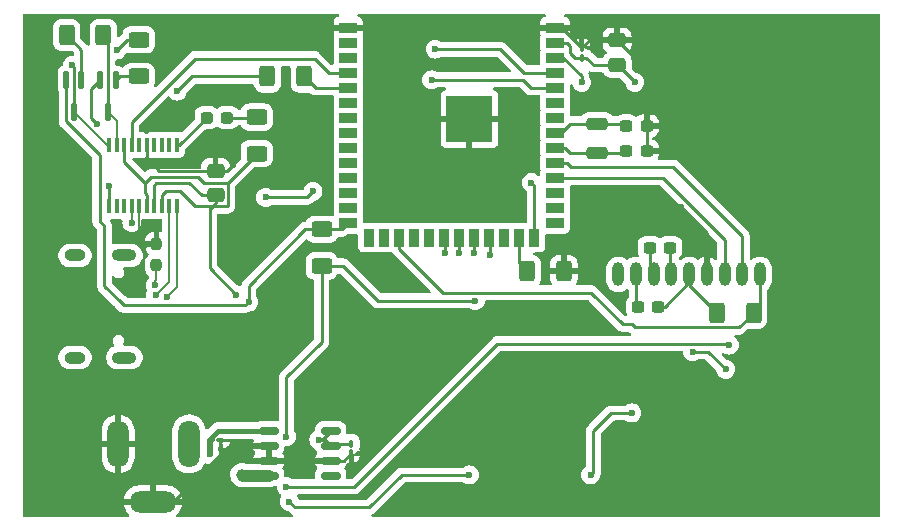
<source format=gbl>
%TF.GenerationSoftware,KiCad,Pcbnew,8.0.6*%
%TF.CreationDate,2024-11-09T23:45:23+09:00*%
%TF.ProjectId,PCB,5043422e-6b69-4636-9164-5f7063625858,rev?*%
%TF.SameCoordinates,Original*%
%TF.FileFunction,Copper,L2,Bot*%
%TF.FilePolarity,Positive*%
%FSLAX46Y46*%
G04 Gerber Fmt 4.6, Leading zero omitted, Abs format (unit mm)*
G04 Created by KiCad (PCBNEW 8.0.6) date 2024-11-09 23:45:23*
%MOMM*%
%LPD*%
G01*
G04 APERTURE LIST*
G04 Aperture macros list*
%AMRoundRect*
0 Rectangle with rounded corners*
0 $1 Rounding radius*
0 $2 $3 $4 $5 $6 $7 $8 $9 X,Y pos of 4 corners*
0 Add a 4 corners polygon primitive as box body*
4,1,4,$2,$3,$4,$5,$6,$7,$8,$9,$2,$3,0*
0 Add four circle primitives for the rounded corners*
1,1,$1+$1,$2,$3*
1,1,$1+$1,$4,$5*
1,1,$1+$1,$6,$7*
1,1,$1+$1,$8,$9*
0 Add four rect primitives between the rounded corners*
20,1,$1+$1,$2,$3,$4,$5,0*
20,1,$1+$1,$4,$5,$6,$7,0*
20,1,$1+$1,$6,$7,$8,$9,0*
20,1,$1+$1,$8,$9,$2,$3,0*%
G04 Aperture macros list end*
%TA.AperFunction,Conductor*%
%ADD10C,0.200000*%
%TD*%
%TA.AperFunction,SMDPad,CuDef*%
%ADD11R,1.500000X0.900000*%
%TD*%
%TA.AperFunction,SMDPad,CuDef*%
%ADD12R,0.900000X1.500000*%
%TD*%
%TA.AperFunction,HeatsinkPad*%
%ADD13C,0.600000*%
%TD*%
%TA.AperFunction,SMDPad,CuDef*%
%ADD14R,3.900000X3.900000*%
%TD*%
%TA.AperFunction,ComponentPad*%
%ADD15O,1.000000X2.000000*%
%TD*%
%TA.AperFunction,ComponentPad*%
%ADD16O,1.800000X4.000000*%
%TD*%
%TA.AperFunction,ComponentPad*%
%ADD17O,4.000000X1.800000*%
%TD*%
%TA.AperFunction,ComponentPad*%
%ADD18O,2.100000X1.000000*%
%TD*%
%TA.AperFunction,ComponentPad*%
%ADD19O,1.800000X1.000000*%
%TD*%
%TA.AperFunction,SMDPad,CuDef*%
%ADD20RoundRect,0.100000X-0.100000X0.217500X-0.100000X-0.217500X0.100000X-0.217500X0.100000X0.217500X0*%
%TD*%
%TA.AperFunction,SMDPad,CuDef*%
%ADD21RoundRect,0.100000X-0.217500X-0.100000X0.217500X-0.100000X0.217500X0.100000X-0.217500X0.100000X0*%
%TD*%
%TA.AperFunction,SMDPad,CuDef*%
%ADD22RoundRect,0.237500X-0.300000X-0.237500X0.300000X-0.237500X0.300000X0.237500X-0.300000X0.237500X0*%
%TD*%
%TA.AperFunction,SMDPad,CuDef*%
%ADD23RoundRect,0.250000X0.475000X-0.337500X0.475000X0.337500X-0.475000X0.337500X-0.475000X-0.337500X0*%
%TD*%
%TA.AperFunction,SMDPad,CuDef*%
%ADD24RoundRect,0.250000X-0.625000X0.400000X-0.625000X-0.400000X0.625000X-0.400000X0.625000X0.400000X0*%
%TD*%
%TA.AperFunction,SMDPad,CuDef*%
%ADD25RoundRect,0.237500X-0.287500X-0.237500X0.287500X-0.237500X0.287500X0.237500X-0.287500X0.237500X0*%
%TD*%
%TA.AperFunction,SMDPad,CuDef*%
%ADD26RoundRect,0.237500X0.300000X0.237500X-0.300000X0.237500X-0.300000X-0.237500X0.300000X-0.237500X0*%
%TD*%
%TA.AperFunction,SMDPad,CuDef*%
%ADD27RoundRect,0.250000X0.625000X-0.400000X0.625000X0.400000X-0.625000X0.400000X-0.625000X-0.400000X0*%
%TD*%
%TA.AperFunction,SMDPad,CuDef*%
%ADD28RoundRect,0.237500X0.237500X-0.250000X0.237500X0.250000X-0.237500X0.250000X-0.237500X-0.250000X0*%
%TD*%
%TA.AperFunction,SMDPad,CuDef*%
%ADD29RoundRect,0.250000X0.400000X0.625000X-0.400000X0.625000X-0.400000X-0.625000X0.400000X-0.625000X0*%
%TD*%
%TA.AperFunction,SMDPad,CuDef*%
%ADD30RoundRect,0.150000X0.675000X0.150000X-0.675000X0.150000X-0.675000X-0.150000X0.675000X-0.150000X0*%
%TD*%
%TA.AperFunction,SMDPad,CuDef*%
%ADD31RoundRect,0.112500X-0.112500X-0.637500X0.112500X-0.637500X0.112500X0.637500X-0.112500X0.637500X0*%
%TD*%
%TA.AperFunction,SMDPad,CuDef*%
%ADD32R,0.400000X1.200000*%
%TD*%
%TA.AperFunction,SMDPad,CuDef*%
%ADD33RoundRect,0.250000X-0.400000X-0.625000X0.400000X-0.625000X0.400000X0.625000X-0.400000X0.625000X0*%
%TD*%
%TA.AperFunction,SMDPad,CuDef*%
%ADD34RoundRect,0.100000X0.100000X-0.217500X0.100000X0.217500X-0.100000X0.217500X-0.100000X-0.217500X0*%
%TD*%
%TA.AperFunction,SMDPad,CuDef*%
%ADD35RoundRect,0.250000X0.650000X-0.250000X0.650000X0.250000X-0.650000X0.250000X-0.650000X-0.250000X0*%
%TD*%
%TA.AperFunction,ViaPad*%
%ADD36C,0.600000*%
%TD*%
%TA.AperFunction,ViaPad*%
%ADD37C,1.000000*%
%TD*%
%TA.AperFunction,Conductor*%
%ADD38C,0.250000*%
%TD*%
%TA.AperFunction,Conductor*%
%ADD39C,0.152400*%
%TD*%
%TA.AperFunction,Conductor*%
%ADD40C,0.400000*%
%TD*%
%TA.AperFunction,Conductor*%
%ADD41C,0.500000*%
%TD*%
%TA.AperFunction,Conductor*%
%ADD42C,1.000000*%
%TD*%
G04 APERTURE END LIST*
D10*
%TO.N,Net-(J1-CC1)*%
X100440000Y-91940000D02*
X100460000Y-93220000D01*
%TD*%
D11*
%TO.P,U4,1,GND*%
%TO.N,GND*%
X134250000Y-71890000D03*
%TO.P,U4,2,3V3*%
%TO.N,+3V3*%
X134250000Y-73160000D03*
%TO.P,U4,3,EN*%
%TO.N,ESP32_EN*%
X134250000Y-74430000D03*
%TO.P,U4,4,IO4*%
%TO.N,ESP32_IO4*%
X134250000Y-75700000D03*
%TO.P,U4,5,IO5*%
%TO.N,ESP32_IO5*%
X134250000Y-76970000D03*
%TO.P,U4,6,IO6*%
%TO.N,unconnected-(U4-IO6-Pad6)*%
X134250000Y-78240000D03*
%TO.P,U4,7,IO7*%
%TO.N,unconnected-(U4-IO7-Pad7)*%
X134250000Y-79510000D03*
%TO.P,U4,8,IO15*%
%TO.N,ESP32_IO15*%
X134250000Y-80780000D03*
%TO.P,U4,9,IO16*%
%TO.N,ESP32_IO16*%
X134250000Y-82050000D03*
%TO.P,U4,10,IO17*%
%TO.N,ESP32_IO17_SCL*%
X134250000Y-83320000D03*
%TO.P,U4,11,IO18*%
%TO.N,ESP32_IO18_SDA*%
X134250000Y-84590000D03*
%TO.P,U4,12,IO8*%
%TO.N,unconnected-(U4-IO8-Pad12)*%
X134250000Y-85860000D03*
%TO.P,U4,13,IO19*%
%TO.N,unconnected-(U4-IO19-Pad13)*%
X134250000Y-87130000D03*
%TO.P,U4,14,IO20*%
%TO.N,unconnected-(U4-IO20-Pad14)*%
X134250000Y-88400000D03*
D12*
%TO.P,U4,15,IO3*%
%TO.N,ESP32_IO3*%
X132485000Y-89650000D03*
%TO.P,U4,16,IO46*%
%TO.N,ESP32_IO46*%
X131215000Y-89650000D03*
%TO.P,U4,17,IO9*%
%TO.N,unconnected-(U4-IO9-Pad17)*%
X129945000Y-89650000D03*
%TO.P,U4,18,IO10*%
%TO.N,ESP32_IO10_SPI_CS*%
X128675000Y-89650000D03*
%TO.P,U4,19,IO11*%
%TO.N,ESP32_IO11_SPI_MOSI*%
X127405000Y-89650000D03*
%TO.P,U4,20,IO12*%
%TO.N,ESP32_IO12_SPI_SCK*%
X126135000Y-89650000D03*
%TO.P,U4,21,IO13*%
%TO.N,ESP32_IO13_SPI_MISO*%
X124865000Y-89650000D03*
%TO.P,U4,22,IO14*%
%TO.N,unconnected-(U4-IO14-Pad22)*%
X123595000Y-89650000D03*
%TO.P,U4,23,IO21*%
%TO.N,unconnected-(U4-IO21-Pad23)*%
X122325000Y-89650000D03*
%TO.P,U4,24,IO47*%
%TO.N,ESP32_IO47*%
X121055000Y-89650000D03*
%TO.P,U4,25,IO48*%
%TO.N,unconnected-(U4-IO48-Pad25)*%
X119785000Y-89650000D03*
%TO.P,U4,26,IO45*%
%TO.N,unconnected-(U4-IO45-Pad26)*%
X118515000Y-89650000D03*
D11*
%TO.P,U4,27,IO0*%
%TO.N,ESP32_IO0*%
X116750000Y-88400000D03*
%TO.P,U4,28,IO35*%
%TO.N,unconnected-(U4-IO35-Pad28)*%
X116750000Y-87130000D03*
%TO.P,U4,29,IO36*%
%TO.N,unconnected-(U4-IO36-Pad29)*%
X116750000Y-85860000D03*
%TO.P,U4,30,IO37*%
%TO.N,unconnected-(U4-IO37-Pad30)*%
X116750000Y-84590000D03*
%TO.P,U4,31,IO38*%
%TO.N,unconnected-(U4-IO38-Pad31)*%
X116750000Y-83320000D03*
%TO.P,U4,32,IO39*%
%TO.N,unconnected-(U4-IO39-Pad32)*%
X116750000Y-82050000D03*
%TO.P,U4,33,IO40*%
%TO.N,unconnected-(U4-IO40-Pad33)*%
X116750000Y-80780000D03*
%TO.P,U4,34,IO41*%
%TO.N,unconnected-(U4-IO41-Pad34)*%
X116750000Y-79510000D03*
%TO.P,U4,35,IO42*%
%TO.N,unconnected-(U4-IO42-Pad35)*%
X116750000Y-78240000D03*
%TO.P,U4,36,RXD0*%
%TO.N,ESP32_RXD*%
X116750000Y-76970000D03*
%TO.P,U4,37,TXD0*%
%TO.N,ESP32_TXD*%
X116750000Y-75700000D03*
%TO.P,U4,38,IO2*%
%TO.N,unconnected-(U4-IO2-Pad38)*%
X116750000Y-74430000D03*
%TO.P,U4,39,IO1*%
%TO.N,unconnected-(U4-IO1-Pad39)*%
X116750000Y-73160000D03*
%TO.P,U4,40,GND*%
%TO.N,GND*%
X116750000Y-71890000D03*
D13*
%TO.P,U4,41,GND*%
X128400000Y-80310000D03*
X128400000Y-78910000D03*
X127700000Y-81010000D03*
X127700000Y-79610000D03*
X127700000Y-78210000D03*
X127000000Y-80310000D03*
D14*
X127000000Y-79610000D03*
D13*
X127000000Y-78910000D03*
X126300000Y-81010000D03*
X126300000Y-79610000D03*
X126300000Y-78210000D03*
X125600000Y-80310000D03*
X125600000Y-78910000D03*
%TD*%
D15*
%TO.P,U6,1,VO*%
%TO.N,unconnected-(U6-VO-Pad1)*%
X139600000Y-92775000D03*
%TO.P,U6,2,VOUT*%
%TO.N,Net-(U6-VOUT)*%
X141100000Y-92775000D03*
%TO.P,U6,3,CAP1N*%
%TO.N,Net-(U6-CAP1N)*%
X142600000Y-92775000D03*
%TO.P,U6,4,CAP1P*%
%TO.N,Net-(U6-CAP1P)*%
X144100000Y-92775000D03*
%TO.P,U6,5,VDD*%
%TO.N,+3V3*%
X145600000Y-92775000D03*
%TO.P,U6,6,VSS*%
%TO.N,GND*%
X147100000Y-92775000D03*
%TO.P,U6,7,SDA*%
%TO.N,ESP32_IO18_SDA*%
X148600000Y-92775000D03*
%TO.P,U6,8,SCL*%
%TO.N,ESP32_IO17_SCL*%
X150100000Y-92775000D03*
%TO.P,U6,9,XRSETB*%
%TO.N,ESP32_IO47*%
X151600000Y-92775000D03*
%TD*%
D16*
%TO.P,J2,1*%
%TO.N,VDD*%
X103250000Y-107125000D03*
%TO.P,J2,2*%
%TO.N,GND*%
X97250000Y-107125000D03*
D17*
%TO.P,J2,3*%
X100200000Y-112025000D03*
%TD*%
D18*
%TO.P,J1,S1,SHIELD*%
%TO.N,unconnected-(J1-SHIELD-PadS1)_2*%
X97785000Y-91170000D03*
D19*
%TO.N,unconnected-(J1-SHIELD-PadS1)*%
X93605000Y-91170000D03*
D18*
%TO.N,unconnected-(J1-SHIELD-PadS1)_3*%
X97785000Y-99810000D03*
D19*
%TO.N,unconnected-(J1-SHIELD-PadS1)_1*%
X93605000Y-99810000D03*
%TD*%
D20*
%TO.P,C2,1*%
%TO.N,SW_1*%
X117000000Y-107092500D03*
%TO.P,C2,2*%
%TO.N,GND*%
X117000000Y-107907500D03*
%TD*%
D21*
%TO.P,C1,1*%
%TO.N,VDD*%
X105092500Y-106800000D03*
%TO.P,C1,2*%
%TO.N,GND*%
X105907500Y-106800000D03*
%TD*%
D22*
%TO.P,C8,1*%
%TO.N,ESP32_IO16*%
X140275000Y-82300000D03*
%TO.P,C8,2*%
%TO.N,GND*%
X142000000Y-82300000D03*
%TD*%
D23*
%TO.P,C4,1*%
%TO.N,+3V3*%
X139500000Y-75037500D03*
%TO.P,C4,2*%
%TO.N,GND*%
X139500000Y-72962500D03*
%TD*%
D24*
%TO.P,R10,1*%
%TO.N,ESP32_IO0*%
X114500000Y-88950000D03*
%TO.P,R10,2*%
%TO.N,+3V3*%
X114500000Y-92050000D03*
%TD*%
D25*
%TO.P,D3,1,K*%
%TO.N,CBUS2*%
X104750000Y-79500000D03*
%TO.P,D3,2,A*%
%TO.N,Net-(D3-A)*%
X106500000Y-79500000D03*
%TD*%
D26*
%TO.P,C9,1*%
%TO.N,+3V3*%
X143000000Y-95500000D03*
%TO.P,C9,2*%
%TO.N,Net-(U6-VOUT)*%
X141275000Y-95500000D03*
%TD*%
D27*
%TO.P,R7,1*%
%TO.N,Net-(Q1-B)*%
X99000000Y-76000000D03*
%TO.P,R7,2*%
%TO.N,DTR*%
X99000000Y-72900000D03*
%TD*%
D24*
%TO.P,R6,1*%
%TO.N,Net-(D3-A)*%
X109000000Y-79450000D03*
%TO.P,R6,2*%
%TO.N,+3V3*%
X109000000Y-82550000D03*
%TD*%
D28*
%TO.P,R2,1*%
%TO.N,Net-(J1-CC1)*%
X100500000Y-92000000D03*
%TO.P,R2,2*%
%TO.N,GND*%
X100500000Y-90175000D03*
%TD*%
D29*
%TO.P,R11,1*%
%TO.N,GND*%
X135000000Y-92500000D03*
%TO.P,R11,2*%
%TO.N,ESP32_IO46*%
X131900000Y-92500000D03*
%TD*%
%TO.P,R12,1*%
%TO.N,ESP32_IO47*%
X151050000Y-96000000D03*
%TO.P,R12,2*%
%TO.N,+3V3*%
X147950000Y-96000000D03*
%TD*%
D30*
%TO.P,U3,1,OUT*%
%TO.N,SW_1*%
X115250000Y-106000000D03*
%TO.P,U3,2,SENSE/ADJ*%
X115250000Y-107270000D03*
%TO.P,U3,3,GND*%
%TO.N,GND*%
X115250000Y-108540000D03*
%TO.P,U3,4,NC*%
%TO.N,unconnected-(U3-NC-Pad4)*%
X115250000Y-109810000D03*
%TO.P,U3,5,\u002ASHDN*%
%TO.N,VDD*%
X110000000Y-109810000D03*
%TO.P,U3,6,GND*%
%TO.N,GND*%
X110000000Y-108540000D03*
%TO.P,U3,7,GND*%
X110000000Y-107270000D03*
%TO.P,U3,8,IN*%
%TO.N,VDD*%
X110000000Y-106000000D03*
%TD*%
D22*
%TO.P,C10,1*%
%TO.N,Net-(U6-CAP1N)*%
X142275000Y-90500000D03*
%TO.P,C10,2*%
%TO.N,Net-(U6-CAP1P)*%
X144000000Y-90500000D03*
%TD*%
D23*
%TO.P,C3,1*%
%TO.N,+3V3*%
X105500000Y-86075000D03*
%TO.P,C3,2*%
%TO.N,GND*%
X105500000Y-84000000D03*
%TD*%
D31*
%TO.P,Q2,1,C*%
%TO.N,ESP32_IO0*%
X92850000Y-76340000D03*
%TO.P,Q2,2,B*%
%TO.N,Net-(Q2-B)*%
X94150000Y-76340000D03*
%TO.P,Q2,3,E*%
%TO.N,DTR*%
X93500000Y-79000000D03*
%TD*%
D32*
%TO.P,U2,1,~{DTR}*%
%TO.N,DTR*%
X96500000Y-81800000D03*
%TO.P,U2,2,~{RTS}*%
%TO.N,RTS*%
X97135000Y-81800000D03*
%TO.P,U2,3,VCCIO*%
%TO.N,+3V3*%
X97770000Y-81800000D03*
%TO.P,U2,4,RXD*%
%TO.N,ESP32_TXD*%
X98405000Y-81800000D03*
%TO.P,U2,5,~{RI}*%
%TO.N,unconnected-(U2-~{RI}-Pad5)*%
X99040000Y-81800000D03*
%TO.P,U2,6,GND*%
%TO.N,GND*%
X99675000Y-81800000D03*
%TO.P,U2,7,~{DSR}*%
%TO.N,unconnected-(U2-~{DSR}-Pad7)*%
X100310000Y-81800000D03*
%TO.P,U2,8,~{DCD}*%
%TO.N,unconnected-(U2-~{DCD}-Pad8)*%
X100945000Y-81800000D03*
%TO.P,U2,9,~{CTS}*%
%TO.N,unconnected-(U2-~{CTS}-Pad9)*%
X101580000Y-81800000D03*
%TO.P,U2,10,CBUS2*%
%TO.N,CBUS2*%
X102215000Y-81800000D03*
%TO.P,U2,11,USBDP*%
%TO.N,USB_DP*%
X102215000Y-87000000D03*
%TO.P,U2,12,USBDM*%
%TO.N,USB_DM*%
X101580000Y-87000000D03*
%TO.P,U2,13,3V3OUT*%
%TO.N,+3V3*%
X100945000Y-87000000D03*
%TO.P,U2,14,~{RESET}*%
X100310000Y-87000000D03*
%TO.P,U2,15,VCC*%
X99675000Y-87000000D03*
%TO.P,U2,16,GND*%
%TO.N,GND*%
X99040000Y-87000000D03*
%TO.P,U2,17,CBUS1*%
%TO.N,CBUS1*%
X98405000Y-87000000D03*
%TO.P,U2,18,CBUS0*%
%TO.N,unconnected-(U2-CBUS0-Pad18)*%
X97770000Y-87000000D03*
%TO.P,U2,19,CBUS3*%
%TO.N,unconnected-(U2-CBUS3-Pad19)*%
X97135000Y-87000000D03*
%TO.P,U2,20,TXD*%
%TO.N,Net-(U2-TXD)*%
X96500000Y-87000000D03*
%TD*%
D33*
%TO.P,R3,1*%
%TO.N,Net-(U2-TXD)*%
X109900000Y-76000000D03*
%TO.P,R3,2*%
%TO.N,ESP32_RXD*%
X113000000Y-76000000D03*
%TD*%
D34*
%TO.P,C5,1*%
%TO.N,+3V3*%
X136500000Y-74407500D03*
%TO.P,C5,2*%
%TO.N,GND*%
X136500000Y-73592500D03*
%TD*%
D31*
%TO.P,Q1,1,C*%
%TO.N,ESP32_EN*%
X95750000Y-76350000D03*
%TO.P,Q1,2,B*%
%TO.N,Net-(Q1-B)*%
X97050000Y-76350000D03*
%TO.P,Q1,3,E*%
%TO.N,RTS*%
X96400000Y-79010000D03*
%TD*%
D22*
%TO.P,C7,1*%
%TO.N,ESP32_IO15*%
X140275000Y-80200000D03*
%TO.P,C7,2*%
%TO.N,GND*%
X142000000Y-80200000D03*
%TD*%
D33*
%TO.P,R8,1*%
%TO.N,Net-(Q2-B)*%
X92900000Y-72500000D03*
%TO.P,R8,2*%
%TO.N,RTS*%
X96000000Y-72500000D03*
%TD*%
D35*
%TO.P,Y1,1,1*%
%TO.N,ESP32_IO16*%
X137800000Y-82500000D03*
%TO.P,Y1,2,2*%
%TO.N,ESP32_IO15*%
X137800000Y-80000000D03*
%TD*%
D36*
%TO.N,GND*%
X144000000Y-110000000D03*
X144262500Y-82362500D03*
X142000000Y-75462500D03*
X119000000Y-97500000D03*
X107000000Y-83500000D03*
X156250000Y-111750000D03*
X114500000Y-73000000D03*
X99430000Y-90380000D03*
X144910202Y-87089798D03*
X126250000Y-98250000D03*
%TO.N,VDD*%
X105000000Y-108000000D03*
D37*
X107750000Y-109750000D03*
D36*
%TO.N,SW_1*%
X114250000Y-106750000D03*
%TO.N,+3V3*%
X107250000Y-94500000D03*
X149000000Y-98750000D03*
X111750000Y-112000000D03*
X111500000Y-106500000D03*
X127500000Y-95000000D03*
X111500000Y-110750000D03*
X141000000Y-76500000D03*
X137250000Y-109750000D03*
X140750000Y-104500000D03*
X127000000Y-109750000D03*
%TO.N,ESP32_EN*%
X113750000Y-85750000D03*
X95500000Y-80000000D03*
X109750000Y-86250000D03*
X136500000Y-76500000D03*
%TO.N,CBUS1*%
X98413800Y-88390000D03*
%TO.N,USB_DP*%
X101370000Y-94720000D03*
%TO.N,Net-(J1-CC1)*%
X100400000Y-93700000D03*
%TO.N,USB_DM*%
X100422791Y-94552791D03*
%TO.N,ESP32_IO11_SPI_MOSI*%
X127400000Y-91000000D03*
%TO.N,ESP32_IO10_SPI_CS*%
X128700000Y-91100000D03*
%TO.N,ESP32_IO12_SPI_SCK*%
X126100000Y-91000000D03*
%TO.N,ESP32_IO13_SPI_MISO*%
X124900000Y-91000000D03*
%TO.N,DTR*%
X93370000Y-75080000D03*
X97150000Y-73770000D03*
%TO.N,ESP32_IO0*%
X108310000Y-95110000D03*
%TO.N,Net-(U2-TXD)*%
X102250000Y-77250000D03*
X96500000Y-85250000D03*
%TO.N,ESP32_IO3*%
X132250000Y-85000000D03*
%TO.N,ESP32_IO4*%
X124100000Y-73700000D03*
%TO.N,ESP32_IO5*%
X123800000Y-76300000D03*
%TO.N,ESP32_IO18_SDA*%
X145900000Y-99300000D03*
X148700000Y-100800000D03*
%TD*%
D38*
%TO.N,GND*%
X134797500Y-71890000D02*
X136500000Y-73592500D01*
D39*
X100295000Y-90380000D02*
X100500000Y-90175000D01*
D38*
X116367500Y-108540000D02*
X117000000Y-107907500D01*
X105500000Y-84000000D02*
X106500000Y-84000000D01*
X105907500Y-108047095D02*
X101929595Y-112025000D01*
X116750000Y-71890000D02*
X114610000Y-71890000D01*
X136500000Y-73592500D02*
X137130000Y-72962500D01*
X144910202Y-87089798D02*
X147100000Y-89279596D01*
X106400405Y-108540000D02*
X110000000Y-108540000D01*
X142000000Y-87750000D02*
X142660202Y-87089798D01*
X106500000Y-84000000D02*
X107000000Y-83500000D01*
X142660202Y-87089798D02*
X144910202Y-87089798D01*
X141750000Y-87750000D02*
X142000000Y-87750000D01*
D39*
X99430000Y-90380000D02*
X99040000Y-89990000D01*
D38*
X99675000Y-82925000D02*
X99675000Y-81800000D01*
X135000000Y-92500000D02*
X137000000Y-92500000D01*
X142000000Y-75462500D02*
X142000000Y-80200000D01*
X147100000Y-89279596D02*
X147100000Y-92775000D01*
X127000000Y-79610000D02*
X127700000Y-79610000D01*
X110000000Y-108540000D02*
X110000000Y-107270000D01*
X105500000Y-84000000D02*
X100750000Y-84000000D01*
X134250000Y-71890000D02*
X116750000Y-71890000D01*
X101929595Y-112025000D02*
X100200000Y-112025000D01*
X156250000Y-111750000D02*
X147750000Y-111750000D01*
X145750000Y-111750000D02*
X144000000Y-110000000D01*
X147750000Y-111750000D02*
X145750000Y-111750000D01*
X105907500Y-108047095D02*
X106400405Y-108540000D01*
X134250000Y-71890000D02*
X134797500Y-71890000D01*
X137000000Y-92500000D02*
X141750000Y-87750000D01*
X105907500Y-106800000D02*
X105907500Y-108047095D01*
X126250000Y-98250000D02*
X119750000Y-98250000D01*
X119750000Y-98250000D02*
X119000000Y-97500000D01*
X115250000Y-108540000D02*
X116367500Y-108540000D01*
X142000000Y-80200000D02*
X142000000Y-82300000D01*
X142000000Y-82300000D02*
X144200000Y-82300000D01*
X139500000Y-72962500D02*
X142000000Y-75462500D01*
D39*
X99040000Y-89990000D02*
X99040000Y-87000000D01*
D38*
X144200000Y-82300000D02*
X144262500Y-82362500D01*
D39*
X99430000Y-90380000D02*
X100295000Y-90380000D01*
D38*
X110000000Y-108540000D02*
X115250000Y-108540000D01*
X114500000Y-72000000D02*
X114500000Y-73000000D01*
X114610000Y-71890000D02*
X114500000Y-72000000D01*
X100750000Y-84000000D02*
X99675000Y-82925000D01*
X137130000Y-72962500D02*
X139500000Y-72962500D01*
D40*
%TO.N,VDD*%
X105692501Y-106000000D02*
X110000000Y-106000000D01*
D41*
X105000000Y-108000000D02*
X105000000Y-106892500D01*
D38*
X105092500Y-106800000D02*
X105092500Y-106600001D01*
X105000000Y-106892500D02*
X105092500Y-106800000D01*
D42*
X110000000Y-109810000D02*
X107810000Y-109810000D01*
D40*
X105092500Y-106600001D02*
X105692501Y-106000000D01*
D38*
X107810000Y-109810000D02*
X107750000Y-109750000D01*
%TO.N,SW_1*%
X114730000Y-106750000D02*
X115250000Y-107270000D01*
X114250000Y-106750000D02*
X114500000Y-106750000D01*
X114250000Y-106750000D02*
X114730000Y-106750000D01*
X115427500Y-107092500D02*
X117000000Y-107092500D01*
X114500000Y-106750000D02*
X115250000Y-106000000D01*
X115250000Y-107270000D02*
X115427500Y-107092500D01*
%TO.N,+3V3*%
X105000000Y-92250000D02*
X107250000Y-94500000D01*
X114500000Y-92050000D02*
X114500000Y-98500000D01*
X139000000Y-104500000D02*
X137500000Y-106000000D01*
X137500000Y-109500000D02*
X137250000Y-109750000D01*
X145600000Y-93437500D02*
X145600000Y-92775000D01*
X118500000Y-112500000D02*
X112250000Y-112500000D01*
X105000000Y-87000000D02*
X105250000Y-87000000D01*
X135500000Y-74000000D02*
X135907500Y-74407500D01*
X136907500Y-74407500D02*
X137537500Y-75037500D01*
X119250000Y-95000000D02*
X127500000Y-95000000D01*
X139537500Y-75037500D02*
X140500000Y-76000000D01*
X106550000Y-85000000D02*
X109000000Y-82550000D01*
X104000000Y-84500000D02*
X104500000Y-85000000D01*
X134250000Y-73160000D02*
X135250000Y-73160000D01*
X100500000Y-85000000D02*
X103250000Y-85000000D01*
X140500000Y-76000000D02*
X141000000Y-76500000D01*
X106550000Y-85000000D02*
X106550000Y-86950000D01*
X100945000Y-86085000D02*
X101280000Y-85750000D01*
X100250000Y-85250000D02*
X100500000Y-85000000D01*
X105500000Y-86750000D02*
X105500000Y-86075000D01*
X114500000Y-98500000D02*
X111500000Y-101500000D01*
X145600000Y-93650000D02*
X147950000Y-96000000D01*
X105250000Y-87000000D02*
X105000000Y-87250000D01*
X112250000Y-112500000D02*
X111750000Y-112000000D01*
X104500000Y-85000000D02*
X106550000Y-85000000D01*
X101280000Y-85750000D02*
X102500000Y-85750000D01*
X116300000Y-92050000D02*
X119250000Y-95000000D01*
X121250000Y-109750000D02*
X118500000Y-112500000D01*
X105000000Y-87000000D02*
X105000000Y-87250000D01*
X99675000Y-87000000D02*
X99675000Y-86085000D01*
X100945000Y-87000000D02*
X100945000Y-86085000D01*
X97770000Y-83270000D02*
X99500000Y-85000000D01*
X99500000Y-85000000D02*
X100000000Y-84500000D01*
X111500000Y-101500000D02*
X111500000Y-105500000D01*
X103750000Y-87000000D02*
X105000000Y-87000000D01*
X135907500Y-74407500D02*
X136500000Y-74407500D01*
X143537500Y-95500000D02*
X145600000Y-93437500D01*
X105000000Y-87250000D02*
X105000000Y-92250000D01*
X100250000Y-86540000D02*
X100250000Y-85250000D01*
X145600000Y-92775000D02*
X145600000Y-93650000D01*
X114500000Y-92050000D02*
X116300000Y-92050000D01*
X106500000Y-87000000D02*
X105250000Y-87000000D01*
X136500000Y-74407500D02*
X136907500Y-74407500D01*
X143000000Y-95500000D02*
X143537500Y-95500000D01*
X137500000Y-106000000D02*
X137500000Y-109500000D01*
X117250000Y-110750000D02*
X111500000Y-110750000D01*
X139500000Y-75037500D02*
X139537500Y-75037500D01*
X148875000Y-98625000D02*
X129375000Y-98625000D01*
X140750000Y-104500000D02*
X139000000Y-104500000D01*
X103250000Y-85000000D02*
X104325000Y-86075000D01*
X129375000Y-98625000D02*
X117250000Y-110750000D01*
X105250000Y-87000000D02*
X105500000Y-86750000D01*
X102500000Y-85750000D02*
X103750000Y-87000000D01*
X100310000Y-87000000D02*
X100310000Y-86600000D01*
X127000000Y-109750000D02*
X121250000Y-109750000D01*
X100310000Y-86600000D02*
X100250000Y-86540000D01*
X99675000Y-86085000D02*
X99500000Y-85910000D01*
X135500000Y-73410000D02*
X135500000Y-74000000D01*
X106550000Y-86950000D02*
X106500000Y-87000000D01*
X137537500Y-75037500D02*
X139500000Y-75037500D01*
X100000000Y-84500000D02*
X104000000Y-84500000D01*
X135250000Y-73160000D02*
X135500000Y-73410000D01*
X149000000Y-98750000D02*
X148875000Y-98625000D01*
X111500000Y-105500000D02*
X111500000Y-106500000D01*
X99500000Y-85910000D02*
X99500000Y-85000000D01*
X104325000Y-86075000D02*
X105500000Y-86075000D01*
X97770000Y-81800000D02*
X97770000Y-83270000D01*
%TO.N,ESP32_EN*%
X134930000Y-74430000D02*
X136500000Y-76000000D01*
X95000000Y-77100000D02*
X95000000Y-77750000D01*
X95750000Y-76350000D02*
X95000000Y-77100000D01*
X136500000Y-76000000D02*
X136500000Y-76500000D01*
X95000000Y-79500000D02*
X95500000Y-80000000D01*
X95000000Y-77750000D02*
X95000000Y-79500000D01*
X113250000Y-86250000D02*
X113750000Y-85750000D01*
X109750000Y-86250000D02*
X113250000Y-86250000D01*
X134250000Y-74430000D02*
X134930000Y-74430000D01*
%TO.N,ESP32_IO15*%
X134250000Y-80780000D02*
X134720000Y-80780000D01*
X137800000Y-80000000D02*
X140075000Y-80000000D01*
X135500000Y-80000000D02*
X137800000Y-80000000D01*
X134720000Y-80780000D02*
X135500000Y-80000000D01*
X140075000Y-80000000D02*
X140275000Y-80200000D01*
%TO.N,ESP32_IO16*%
X137800000Y-82500000D02*
X140075000Y-82500000D01*
X140075000Y-82500000D02*
X140275000Y-82300000D01*
X135500000Y-82500000D02*
X137800000Y-82500000D01*
X134250000Y-82050000D02*
X135050000Y-82050000D01*
X135050000Y-82050000D02*
X135500000Y-82500000D01*
%TO.N,Net-(U6-VOUT)*%
X141100000Y-92775000D02*
X141100000Y-95325000D01*
X141100000Y-95325000D02*
X141275000Y-95500000D01*
%TO.N,Net-(U6-CAP1N)*%
X142275000Y-90500000D02*
X142275000Y-92450000D01*
X142275000Y-92450000D02*
X142600000Y-92775000D01*
%TO.N,Net-(U6-CAP1P)*%
X144000000Y-92675000D02*
X144100000Y-92775000D01*
X144000000Y-90500000D02*
X144000000Y-92675000D01*
D39*
%TO.N,CBUS1*%
X98413800Y-88390000D02*
X98413800Y-87008800D01*
X98413800Y-87008800D02*
X98405000Y-87000000D01*
D38*
%TO.N,CBUS2*%
X102215000Y-81800000D02*
X102450000Y-81800000D01*
X102450000Y-81800000D02*
X104750000Y-79500000D01*
%TO.N,Net-(D3-A)*%
X106500000Y-79500000D02*
X108950000Y-79500000D01*
X108950000Y-79500000D02*
X109000000Y-79450000D01*
D39*
%TO.N,USB_DP*%
X101370000Y-94720000D02*
X102215000Y-93875000D01*
X102215000Y-93875000D02*
X102215000Y-87000000D01*
%TO.N,Net-(J1-CC1)*%
X100400000Y-93700000D02*
X100400000Y-93280000D01*
X100400000Y-93280000D02*
X100460000Y-93220000D01*
%TO.N,USB_DM*%
X101580000Y-93405581D02*
X100435581Y-94550000D01*
X101580000Y-87000000D02*
X101580000Y-93405581D01*
X100435581Y-94550000D02*
X100420000Y-94550000D01*
X100420000Y-94550000D02*
X100422791Y-94552791D01*
D38*
%TO.N,ESP32_IO11_SPI_MOSI*%
X127400000Y-89655000D02*
X127405000Y-89650000D01*
X127400000Y-91000000D02*
X127400000Y-89655000D01*
%TO.N,ESP32_IO10_SPI_CS*%
X128700000Y-89675000D02*
X128675000Y-89650000D01*
X128700000Y-91100000D02*
X128700000Y-89675000D01*
%TO.N,ESP32_IO12_SPI_SCK*%
X126100000Y-91000000D02*
X126100000Y-89685000D01*
X126100000Y-89685000D02*
X126135000Y-89650000D01*
%TO.N,ESP32_IO13_SPI_MISO*%
X124900000Y-91000000D02*
X124900000Y-89685000D01*
X124900000Y-89685000D02*
X124865000Y-89650000D01*
D39*
%TO.N,RTS*%
X97135000Y-81800000D02*
X97135000Y-79745000D01*
D38*
X96400000Y-72900000D02*
X96400000Y-79010000D01*
D39*
X97135000Y-79745000D02*
X96400000Y-79010000D01*
D38*
X96000000Y-72500000D02*
X96400000Y-72900000D01*
%TO.N,Net-(Q1-B)*%
X99000000Y-76000000D02*
X97400000Y-76000000D01*
X97400000Y-76000000D02*
X97050000Y-76350000D01*
%TO.N,DTR*%
X93500000Y-75210000D02*
X93500000Y-79000000D01*
X99000000Y-72900000D02*
X97990000Y-72900000D01*
X93370000Y-75080000D02*
X93500000Y-75210000D01*
D39*
X96300000Y-81800000D02*
X96500000Y-81800000D01*
X93500000Y-79000000D02*
X96300000Y-81800000D01*
D38*
X97660000Y-73230000D02*
X97150000Y-73740000D01*
X97150000Y-73740000D02*
X97150000Y-73770000D01*
X97990000Y-72900000D02*
X97660000Y-73230000D01*
%TO.N,ESP32_IO0*%
X113090000Y-88950000D02*
X114500000Y-88950000D01*
X96100000Y-93740000D02*
X97380000Y-95020000D01*
X95700000Y-88290000D02*
X96100000Y-88690000D01*
X114500000Y-88950000D02*
X116200000Y-88950000D01*
X97380000Y-95020000D02*
X97390000Y-95020000D01*
X96100000Y-88690000D02*
X96100000Y-93740000D01*
X108310000Y-93730000D02*
X113090000Y-88950000D01*
X108025000Y-95395000D02*
X108310000Y-95110000D01*
X92850000Y-76340000D02*
X92850000Y-79792546D01*
X108310000Y-95110000D02*
X108310000Y-93730000D01*
X92850000Y-79792546D02*
X95700000Y-82642546D01*
X97765000Y-95395000D02*
X108025000Y-95395000D01*
X95700000Y-82642546D02*
X95700000Y-88290000D01*
X116200000Y-88950000D02*
X116750000Y-88400000D01*
X97390000Y-95020000D02*
X97765000Y-95395000D01*
%TO.N,Net-(Q2-B)*%
X94150000Y-73750000D02*
X94150000Y-76340000D01*
X92900000Y-72500000D02*
X94150000Y-73750000D01*
%TO.N,Net-(U2-TXD)*%
X109900000Y-76000000D02*
X103500000Y-76000000D01*
X103500000Y-76000000D02*
X102250000Y-77250000D01*
X96500000Y-85250000D02*
X96500000Y-87000000D01*
%TO.N,ESP32_RXD*%
X113000000Y-76000000D02*
X113970000Y-76970000D01*
X113970000Y-76970000D02*
X116750000Y-76970000D01*
%TO.N,ESP32_IO46*%
X131900000Y-92500000D02*
X131215000Y-91815000D01*
X131215000Y-91815000D02*
X131215000Y-89650000D01*
%TO.N,ESP32_IO47*%
X121055000Y-89650000D02*
X121055000Y-90650000D01*
X149800000Y-97250000D02*
X151050000Y-96000000D01*
X140000000Y-97000000D02*
X140750000Y-97000000D01*
X121055000Y-90650000D02*
X124730000Y-94325000D01*
X151600000Y-95450000D02*
X151050000Y-96000000D01*
X124730000Y-94325000D02*
X137325000Y-94325000D01*
X140750000Y-97000000D02*
X141000000Y-97250000D01*
X137325000Y-94325000D02*
X140000000Y-97000000D01*
X151600000Y-92775000D02*
X151600000Y-95450000D01*
X141000000Y-97250000D02*
X149800000Y-97250000D01*
%TO.N,ESP32_IO3*%
X132485000Y-85235000D02*
X132485000Y-89650000D01*
X132250000Y-85000000D02*
X132485000Y-85235000D01*
%TO.N,ESP32_IO4*%
X129600000Y-73700000D02*
X124100000Y-73700000D01*
X134250000Y-75700000D02*
X131600000Y-75700000D01*
X131600000Y-75700000D02*
X129600000Y-73700000D01*
%TO.N,ESP32_IO5*%
X123800000Y-76300000D02*
X131500000Y-76300000D01*
X131500000Y-76300000D02*
X132170000Y-76970000D01*
X132170000Y-76970000D02*
X134250000Y-76970000D01*
%TO.N,ESP32_IO18_SDA*%
X145900000Y-99300000D02*
X147200000Y-99300000D01*
X134250000Y-84590000D02*
X143365000Y-84590000D01*
X148600000Y-89825000D02*
X148600000Y-92775000D01*
X147200000Y-99300000D02*
X148700000Y-100800000D01*
X143365000Y-84590000D02*
X148600000Y-89825000D01*
%TO.N,ESP32_IO17_SCL*%
X135250000Y-83320000D02*
X135605000Y-83675000D01*
X134250000Y-83320000D02*
X135250000Y-83320000D01*
X150100000Y-89525000D02*
X150100000Y-92775000D01*
X144250000Y-83675000D02*
X150100000Y-89525000D01*
X135605000Y-83675000D02*
X144250000Y-83675000D01*
%TO.N,ESP32_TXD*%
X103750000Y-74500000D02*
X98405000Y-79845000D01*
X116750000Y-75700000D02*
X115090000Y-75700000D01*
X98405000Y-79845000D02*
X98405000Y-81800000D01*
X115090000Y-75700000D02*
X113890000Y-74500000D01*
X113890000Y-74500000D02*
X103750000Y-74500000D01*
%TD*%
%TA.AperFunction,Conductor*%
%TO.N,GND*%
G36*
X115936334Y-70720185D02*
G01*
X115982089Y-70772989D01*
X115992033Y-70842147D01*
X115963008Y-70905703D01*
X115904230Y-70943477D01*
X115897806Y-70945178D01*
X115892620Y-70946403D01*
X115757913Y-70996645D01*
X115757906Y-70996649D01*
X115642812Y-71082809D01*
X115642809Y-71082812D01*
X115556649Y-71197906D01*
X115556645Y-71197913D01*
X115506403Y-71332620D01*
X115506401Y-71332627D01*
X115500000Y-71392155D01*
X115500000Y-71640000D01*
X118000000Y-71640000D01*
X118000000Y-71392172D01*
X117999999Y-71392155D01*
X117993598Y-71332627D01*
X117993596Y-71332620D01*
X117943354Y-71197913D01*
X117943350Y-71197906D01*
X117857190Y-71082812D01*
X117857187Y-71082809D01*
X117742093Y-70996649D01*
X117742086Y-70996645D01*
X117607379Y-70946403D01*
X117602194Y-70945178D01*
X117541477Y-70910606D01*
X117509089Y-70848697D01*
X117515313Y-70779105D01*
X117558174Y-70723926D01*
X117624063Y-70700678D01*
X117630705Y-70700500D01*
X133369295Y-70700500D01*
X133436334Y-70720185D01*
X133482089Y-70772989D01*
X133492033Y-70842147D01*
X133463008Y-70905703D01*
X133404230Y-70943477D01*
X133397806Y-70945178D01*
X133392620Y-70946403D01*
X133257913Y-70996645D01*
X133257906Y-70996649D01*
X133142812Y-71082809D01*
X133142809Y-71082812D01*
X133056649Y-71197906D01*
X133056645Y-71197913D01*
X133006403Y-71332620D01*
X133006401Y-71332627D01*
X133000000Y-71392155D01*
X133000000Y-71640000D01*
X135500000Y-71640000D01*
X135500000Y-71392172D01*
X135499999Y-71392155D01*
X135493598Y-71332627D01*
X135493596Y-71332620D01*
X135443354Y-71197913D01*
X135443350Y-71197906D01*
X135357190Y-71082812D01*
X135357187Y-71082809D01*
X135242093Y-70996649D01*
X135242086Y-70996645D01*
X135107379Y-70946403D01*
X135102194Y-70945178D01*
X135041477Y-70910606D01*
X135009089Y-70848697D01*
X135015313Y-70779105D01*
X135058174Y-70723926D01*
X135124063Y-70700678D01*
X135130705Y-70700500D01*
X161675500Y-70700500D01*
X161742539Y-70720185D01*
X161788294Y-70772989D01*
X161799500Y-70824500D01*
X161799500Y-113175500D01*
X161779815Y-113242539D01*
X161727011Y-113288294D01*
X161675500Y-113299500D01*
X118827739Y-113299500D01*
X118760700Y-113279815D01*
X118714945Y-113227011D01*
X118705001Y-113157853D01*
X118734026Y-113094297D01*
X118780287Y-113060939D01*
X118796281Y-113054314D01*
X118796286Y-113054312D01*
X118847509Y-113020084D01*
X118898733Y-112985858D01*
X118985858Y-112898733D01*
X118985859Y-112898731D01*
X118992925Y-112891665D01*
X118992927Y-112891661D01*
X121472771Y-110411819D01*
X121534094Y-110378334D01*
X121560452Y-110375500D01*
X126455145Y-110375500D01*
X126521117Y-110394506D01*
X126626753Y-110460882D01*
X126650478Y-110475789D01*
X126697407Y-110492210D01*
X126820745Y-110535368D01*
X126820750Y-110535369D01*
X126999996Y-110555565D01*
X127000000Y-110555565D01*
X127000004Y-110555565D01*
X127179249Y-110535369D01*
X127179252Y-110535368D01*
X127179255Y-110535368D01*
X127349522Y-110475789D01*
X127502262Y-110379816D01*
X127629816Y-110252262D01*
X127725789Y-110099522D01*
X127785368Y-109929255D01*
X127789886Y-109889155D01*
X127805565Y-109750003D01*
X127805565Y-109749996D01*
X136444435Y-109749996D01*
X136444435Y-109750003D01*
X136464630Y-109929249D01*
X136464631Y-109929254D01*
X136524211Y-110099523D01*
X136620184Y-110252262D01*
X136747738Y-110379816D01*
X136838080Y-110436582D01*
X136876753Y-110460882D01*
X136900478Y-110475789D01*
X136947407Y-110492210D01*
X137070745Y-110535368D01*
X137070750Y-110535369D01*
X137249996Y-110555565D01*
X137250000Y-110555565D01*
X137250004Y-110555565D01*
X137429249Y-110535369D01*
X137429252Y-110535368D01*
X137429255Y-110535368D01*
X137599522Y-110475789D01*
X137752262Y-110379816D01*
X137879816Y-110252262D01*
X137975789Y-110099522D01*
X138035368Y-109929255D01*
X138046909Y-109826822D01*
X138055568Y-109793251D01*
X138073485Y-109749996D01*
X138101463Y-109682452D01*
X138125500Y-109561607D01*
X138125500Y-109438394D01*
X138125500Y-106310452D01*
X138145185Y-106243413D01*
X138161819Y-106222771D01*
X139222772Y-105161819D01*
X139284095Y-105128334D01*
X139310453Y-105125500D01*
X140205145Y-105125500D01*
X140271117Y-105144506D01*
X140358645Y-105199504D01*
X140400478Y-105225789D01*
X140561783Y-105282232D01*
X140570745Y-105285368D01*
X140570750Y-105285369D01*
X140749996Y-105305565D01*
X140750000Y-105305565D01*
X140750004Y-105305565D01*
X140929249Y-105285369D01*
X140929252Y-105285368D01*
X140929255Y-105285368D01*
X141099522Y-105225789D01*
X141252262Y-105129816D01*
X141379816Y-105002262D01*
X141475789Y-104849522D01*
X141535368Y-104679255D01*
X141538986Y-104647144D01*
X141555565Y-104500003D01*
X141555565Y-104499996D01*
X141535369Y-104320750D01*
X141535368Y-104320745D01*
X141475788Y-104150476D01*
X141390125Y-104014145D01*
X141379816Y-103997738D01*
X141252262Y-103870184D01*
X141228883Y-103855494D01*
X141099523Y-103774211D01*
X140929254Y-103714631D01*
X140929249Y-103714630D01*
X140750004Y-103694435D01*
X140749996Y-103694435D01*
X140570750Y-103714630D01*
X140570745Y-103714631D01*
X140400476Y-103774211D01*
X140271117Y-103855494D01*
X140205145Y-103874500D01*
X138938389Y-103874500D01*
X138877971Y-103886518D01*
X138834743Y-103895116D01*
X138817546Y-103898537D01*
X138703716Y-103945687D01*
X138625818Y-103997738D01*
X138625817Y-103997739D01*
X138601263Y-104014144D01*
X138601262Y-104014145D01*
X137101269Y-105514140D01*
X137014144Y-105601264D01*
X137014138Y-105601272D01*
X136945690Y-105703708D01*
X136945688Y-105703713D01*
X136916487Y-105774212D01*
X136907599Y-105795668D01*
X136907600Y-105795669D01*
X136907599Y-105795672D01*
X136898537Y-105817549D01*
X136883317Y-105894072D01*
X136875972Y-105930998D01*
X136875970Y-105931006D01*
X136874501Y-105938388D01*
X136874500Y-105938399D01*
X136874500Y-108972001D01*
X136854815Y-109039040D01*
X136816473Y-109076994D01*
X136747740Y-109120182D01*
X136747737Y-109120184D01*
X136620184Y-109247737D01*
X136524211Y-109400476D01*
X136464631Y-109570745D01*
X136464630Y-109570750D01*
X136444435Y-109749996D01*
X127805565Y-109749996D01*
X127785369Y-109570750D01*
X127785368Y-109570745D01*
X127768625Y-109522896D01*
X127725789Y-109400478D01*
X127629816Y-109247738D01*
X127502262Y-109120184D01*
X127466506Y-109097717D01*
X127349523Y-109024211D01*
X127179254Y-108964631D01*
X127179249Y-108964630D01*
X127000004Y-108944435D01*
X126999996Y-108944435D01*
X126820750Y-108964630D01*
X126820745Y-108964631D01*
X126650476Y-109024211D01*
X126521117Y-109105494D01*
X126455145Y-109124500D01*
X121188389Y-109124500D01*
X121127971Y-109136518D01*
X121084743Y-109145116D01*
X121067546Y-109148537D01*
X120953716Y-109195687D01*
X120953707Y-109195692D01*
X120851268Y-109264140D01*
X120822552Y-109292857D01*
X120764142Y-109351267D01*
X120764139Y-109351270D01*
X119504910Y-110610500D01*
X118277229Y-111838181D01*
X118215906Y-111871666D01*
X118189548Y-111874500D01*
X112642160Y-111874500D01*
X112575121Y-111854815D01*
X112529366Y-111802011D01*
X112525122Y-111791466D01*
X112475789Y-111650478D01*
X112422375Y-111565471D01*
X112403376Y-111498236D01*
X112423744Y-111431400D01*
X112477011Y-111386186D01*
X112527370Y-111375500D01*
X117311608Y-111375500D01*
X117311608Y-111375499D01*
X117375978Y-111362696D01*
X117375979Y-111362696D01*
X117395150Y-111358882D01*
X117432452Y-111351463D01*
X117465792Y-111337652D01*
X117546286Y-111304312D01*
X117597509Y-111270084D01*
X117648733Y-111235858D01*
X117735858Y-111148733D01*
X117735858Y-111148731D01*
X117746066Y-111138524D01*
X117746067Y-111138521D01*
X129597772Y-99286819D01*
X129659095Y-99253334D01*
X129685453Y-99250500D01*
X144978044Y-99250500D01*
X145045083Y-99270185D01*
X145090838Y-99322989D01*
X145101264Y-99360616D01*
X145114630Y-99479250D01*
X145114631Y-99479254D01*
X145174211Y-99649523D01*
X145270184Y-99802262D01*
X145397738Y-99929816D01*
X145488080Y-99986582D01*
X145532721Y-100014632D01*
X145550478Y-100025789D01*
X145688857Y-100074210D01*
X145720745Y-100085368D01*
X145720750Y-100085369D01*
X145899996Y-100105565D01*
X145900000Y-100105565D01*
X145900004Y-100105565D01*
X146079249Y-100085369D01*
X146079252Y-100085368D01*
X146079255Y-100085368D01*
X146249522Y-100025789D01*
X146378883Y-99944505D01*
X146444855Y-99925500D01*
X146889548Y-99925500D01*
X146956587Y-99945185D01*
X146977229Y-99961819D01*
X147873787Y-100858378D01*
X147907272Y-100919701D01*
X147909326Y-100932174D01*
X147914630Y-100979249D01*
X147974210Y-101149521D01*
X148008262Y-101203714D01*
X148070184Y-101302262D01*
X148197738Y-101429816D01*
X148350478Y-101525789D01*
X148520745Y-101585368D01*
X148520750Y-101585369D01*
X148699996Y-101605565D01*
X148700000Y-101605565D01*
X148700004Y-101605565D01*
X148879249Y-101585369D01*
X148879252Y-101585368D01*
X148879255Y-101585368D01*
X149049522Y-101525789D01*
X149202262Y-101429816D01*
X149329816Y-101302262D01*
X149425789Y-101149522D01*
X149485368Y-100979255D01*
X149492078Y-100919701D01*
X149505565Y-100800003D01*
X149505565Y-100799996D01*
X149485369Y-100620750D01*
X149485368Y-100620745D01*
X149425788Y-100450476D01*
X149329815Y-100297737D01*
X149202262Y-100170184D01*
X149049521Y-100074210D01*
X148879249Y-100014630D01*
X148832174Y-100009326D01*
X148767760Y-99982259D01*
X148758378Y-99973787D01*
X148586853Y-99802262D01*
X148379052Y-99594461D01*
X148345568Y-99533140D01*
X148350552Y-99463449D01*
X148392423Y-99407515D01*
X148457888Y-99383098D01*
X148526161Y-99397950D01*
X148532706Y-99401788D01*
X148541820Y-99407515D01*
X148650478Y-99475789D01*
X148771582Y-99518165D01*
X148820745Y-99535368D01*
X148820750Y-99535369D01*
X148999996Y-99555565D01*
X149000000Y-99555565D01*
X149000004Y-99555565D01*
X149179249Y-99535369D01*
X149179252Y-99535368D01*
X149179255Y-99535368D01*
X149349522Y-99475789D01*
X149502262Y-99379816D01*
X149629816Y-99252262D01*
X149725789Y-99099522D01*
X149785368Y-98929255D01*
X149786031Y-98923371D01*
X149805565Y-98750003D01*
X149805565Y-98749996D01*
X149785369Y-98570750D01*
X149785368Y-98570745D01*
X149725788Y-98400476D01*
X149686582Y-98338080D01*
X149629816Y-98247738D01*
X149502262Y-98120184D01*
X149477290Y-98104493D01*
X149431000Y-98052159D01*
X149420352Y-97983106D01*
X149448727Y-97919257D01*
X149507116Y-97880885D01*
X149543263Y-97875500D01*
X149861607Y-97875500D01*
X149922029Y-97863481D01*
X149982452Y-97851463D01*
X149982455Y-97851461D01*
X149982458Y-97851461D01*
X150015787Y-97837654D01*
X150015786Y-97837654D01*
X150015792Y-97837652D01*
X150096286Y-97804312D01*
X150147509Y-97770084D01*
X150198733Y-97735858D01*
X150285858Y-97648733D01*
X150285859Y-97648731D01*
X150292925Y-97641665D01*
X150292928Y-97641661D01*
X150522772Y-97411816D01*
X150584093Y-97378333D01*
X150610441Y-97375499D01*
X151500008Y-97375499D01*
X151500016Y-97375498D01*
X151500019Y-97375498D01*
X151556302Y-97369748D01*
X151602797Y-97364999D01*
X151769334Y-97309814D01*
X151918656Y-97217712D01*
X152042712Y-97093656D01*
X152134814Y-96944334D01*
X152189999Y-96777797D01*
X152200500Y-96675009D01*
X152200499Y-95649510D01*
X152202881Y-95625321D01*
X152205479Y-95612262D01*
X152213028Y-95574311D01*
X152225500Y-95511607D01*
X152225500Y-95388394D01*
X152225500Y-94115783D01*
X152245185Y-94048744D01*
X152261814Y-94028106D01*
X152377139Y-93912782D01*
X152486632Y-93748914D01*
X152562051Y-93566835D01*
X152600032Y-93375894D01*
X152600500Y-93373543D01*
X152600500Y-92176456D01*
X152562052Y-91983170D01*
X152562051Y-91983169D01*
X152562051Y-91983165D01*
X152551290Y-91957185D01*
X152486635Y-91801092D01*
X152486628Y-91801079D01*
X152377139Y-91637218D01*
X152377136Y-91637214D01*
X152237785Y-91497863D01*
X152237781Y-91497860D01*
X152073920Y-91388371D01*
X152073907Y-91388364D01*
X151891839Y-91312950D01*
X151891829Y-91312947D01*
X151698543Y-91274500D01*
X151698541Y-91274500D01*
X151501459Y-91274500D01*
X151501457Y-91274500D01*
X151308170Y-91312947D01*
X151308160Y-91312950D01*
X151126092Y-91388364D01*
X151126079Y-91388371D01*
X150962218Y-91497860D01*
X150937679Y-91522399D01*
X150876355Y-91555883D01*
X150806663Y-91550897D01*
X150762318Y-91522397D01*
X150761819Y-91521898D01*
X150728334Y-91460575D01*
X150725500Y-91434217D01*
X150725500Y-89463393D01*
X150725499Y-89463389D01*
X150701463Y-89342548D01*
X150654311Y-89228714D01*
X150654310Y-89228713D01*
X150654307Y-89228707D01*
X150585859Y-89126268D01*
X150551919Y-89092328D01*
X150498733Y-89039142D01*
X150498732Y-89039141D01*
X144742927Y-83283337D01*
X144742925Y-83283334D01*
X144742925Y-83283335D01*
X144735859Y-83276269D01*
X144735858Y-83276267D01*
X144648733Y-83189142D01*
X144648729Y-83189139D01*
X144648728Y-83189138D01*
X144571521Y-83137550D01*
X144571519Y-83137548D01*
X144571519Y-83137549D01*
X144546285Y-83120687D01*
X144503092Y-83102797D01*
X144465792Y-83087347D01*
X144432453Y-83073537D01*
X144415595Y-83070184D01*
X144372029Y-83061518D01*
X144311610Y-83049500D01*
X144311607Y-83049500D01*
X144311606Y-83049500D01*
X143072878Y-83049500D01*
X143005839Y-83029815D01*
X142960084Y-82977011D01*
X142950140Y-82907853D01*
X142967341Y-82860400D01*
X142972951Y-82851304D01*
X142972953Y-82851300D01*
X143027180Y-82687652D01*
X143037499Y-82586654D01*
X143037500Y-82586641D01*
X143037500Y-82550000D01*
X141874000Y-82550000D01*
X141806961Y-82530315D01*
X141761206Y-82477511D01*
X141750000Y-82426000D01*
X141750000Y-82174000D01*
X141769685Y-82106961D01*
X141822489Y-82061206D01*
X141874000Y-82050000D01*
X143037499Y-82050000D01*
X143037499Y-82013360D01*
X143037498Y-82013345D01*
X143027180Y-81912347D01*
X142972953Y-81748699D01*
X142972948Y-81748688D01*
X142882447Y-81601965D01*
X142882444Y-81601961D01*
X142760538Y-81480055D01*
X142760534Y-81480052D01*
X142613811Y-81389551D01*
X142613800Y-81389546D01*
X142547889Y-81367706D01*
X142490444Y-81327934D01*
X142463621Y-81263418D01*
X142475936Y-81194642D01*
X142523479Y-81143442D01*
X142547889Y-81132294D01*
X142613800Y-81110453D01*
X142613811Y-81110448D01*
X142760534Y-81019947D01*
X142760538Y-81019944D01*
X142882444Y-80898038D01*
X142882447Y-80898034D01*
X142972948Y-80751311D01*
X142972953Y-80751300D01*
X143027180Y-80587652D01*
X143037499Y-80486654D01*
X143037500Y-80486641D01*
X143037500Y-80450000D01*
X141874000Y-80450000D01*
X141806961Y-80430315D01*
X141761206Y-80377511D01*
X141750000Y-80326000D01*
X141750000Y-79950000D01*
X142250000Y-79950000D01*
X143037499Y-79950000D01*
X143037499Y-79913360D01*
X143037498Y-79913345D01*
X143027180Y-79812347D01*
X142972953Y-79648699D01*
X142972948Y-79648688D01*
X142882447Y-79501965D01*
X142882444Y-79501961D01*
X142760538Y-79380055D01*
X142760534Y-79380052D01*
X142613811Y-79289551D01*
X142613800Y-79289546D01*
X142450152Y-79235319D01*
X142349154Y-79225000D01*
X142250000Y-79225000D01*
X142250000Y-79950000D01*
X141750000Y-79950000D01*
X141750000Y-79224999D01*
X141650860Y-79225000D01*
X141650844Y-79225001D01*
X141549847Y-79235319D01*
X141386199Y-79289546D01*
X141386188Y-79289551D01*
X141239465Y-79380052D01*
X141225532Y-79393985D01*
X141164208Y-79427468D01*
X141094516Y-79422482D01*
X141050172Y-79393982D01*
X141035851Y-79379661D01*
X141035850Y-79379660D01*
X140944629Y-79323395D01*
X140889018Y-79289093D01*
X140889013Y-79289091D01*
X140865628Y-79281342D01*
X140725253Y-79234826D01*
X140725251Y-79234825D01*
X140624178Y-79224500D01*
X139925830Y-79224500D01*
X139925812Y-79224501D01*
X139824747Y-79234825D01*
X139660984Y-79289092D01*
X139660981Y-79289093D01*
X139552446Y-79356039D01*
X139487349Y-79374500D01*
X139169378Y-79374500D01*
X139102339Y-79354815D01*
X139063839Y-79315597D01*
X139055459Y-79302011D01*
X139042712Y-79281344D01*
X138918656Y-79157288D01*
X138769334Y-79065186D01*
X138602797Y-79010001D01*
X138602795Y-79010000D01*
X138500010Y-78999500D01*
X137099998Y-78999500D01*
X137099981Y-78999501D01*
X136997203Y-79010000D01*
X136997200Y-79010001D01*
X136830668Y-79065185D01*
X136830663Y-79065187D01*
X136681342Y-79157289D01*
X136557289Y-79281342D01*
X136536161Y-79315597D01*
X136484213Y-79362321D01*
X136430622Y-79374500D01*
X135624499Y-79374500D01*
X135557460Y-79354815D01*
X135511705Y-79302011D01*
X135500499Y-79250500D01*
X135500499Y-79012129D01*
X135500498Y-79012123D01*
X135500497Y-79012116D01*
X135494091Y-78952517D01*
X135481340Y-78918332D01*
X135476357Y-78848642D01*
X135481340Y-78831669D01*
X135494091Y-78797483D01*
X135500500Y-78737873D01*
X135500499Y-77742128D01*
X135494091Y-77682517D01*
X135481340Y-77648332D01*
X135476357Y-77578642D01*
X135481338Y-77561672D01*
X135494091Y-77527483D01*
X135500500Y-77467873D01*
X135500499Y-76797110D01*
X135520183Y-76730073D01*
X135572987Y-76684318D01*
X135642146Y-76674374D01*
X135705702Y-76703399D01*
X135741540Y-76756157D01*
X135774209Y-76849519D01*
X135833785Y-76944334D01*
X135870184Y-77002262D01*
X135997738Y-77129816D01*
X136075357Y-77178587D01*
X136137623Y-77217712D01*
X136150478Y-77225789D01*
X136214085Y-77248046D01*
X136320745Y-77285368D01*
X136320750Y-77285369D01*
X136499996Y-77305565D01*
X136500000Y-77305565D01*
X136500004Y-77305565D01*
X136679249Y-77285369D01*
X136679252Y-77285368D01*
X136679255Y-77285368D01*
X136849522Y-77225789D01*
X137002262Y-77129816D01*
X137129816Y-77002262D01*
X137225789Y-76849522D01*
X137285368Y-76679255D01*
X137285369Y-76679249D01*
X137305565Y-76500003D01*
X137305565Y-76499996D01*
X137285369Y-76320750D01*
X137285368Y-76320745D01*
X137242370Y-76197864D01*
X137225789Y-76150478D01*
X137207106Y-76120745D01*
X137144506Y-76021117D01*
X137125500Y-75955145D01*
X137125500Y-75938393D01*
X137125499Y-75938389D01*
X137113370Y-75877412D01*
X137101463Y-75817548D01*
X137074211Y-75751758D01*
X137066743Y-75682290D01*
X137098018Y-75619810D01*
X137158107Y-75584158D01*
X137227932Y-75586652D01*
X137236225Y-75589744D01*
X137241210Y-75591809D01*
X137241215Y-75591812D01*
X137299234Y-75615844D01*
X137355048Y-75638963D01*
X137363253Y-75640595D01*
X137409363Y-75649767D01*
X137475892Y-75663001D01*
X137475894Y-75663001D01*
X137605221Y-75663001D01*
X137605241Y-75663000D01*
X138251652Y-75663000D01*
X138318691Y-75682685D01*
X138357189Y-75721901D01*
X138432288Y-75843656D01*
X138556344Y-75967712D01*
X138705666Y-76059814D01*
X138872203Y-76114999D01*
X138974991Y-76125500D01*
X139689545Y-76125499D01*
X139756584Y-76145183D01*
X139777226Y-76161818D01*
X140105586Y-76490178D01*
X140105608Y-76490198D01*
X140173787Y-76558377D01*
X140207272Y-76619700D01*
X140209326Y-76632173D01*
X140214630Y-76679249D01*
X140274210Y-76849521D01*
X140333785Y-76944334D01*
X140370184Y-77002262D01*
X140497738Y-77129816D01*
X140575357Y-77178587D01*
X140637623Y-77217712D01*
X140650478Y-77225789D01*
X140714085Y-77248046D01*
X140820745Y-77285368D01*
X140820750Y-77285369D01*
X140999996Y-77305565D01*
X141000000Y-77305565D01*
X141000004Y-77305565D01*
X141179249Y-77285369D01*
X141179252Y-77285368D01*
X141179255Y-77285368D01*
X141349522Y-77225789D01*
X141502262Y-77129816D01*
X141629816Y-77002262D01*
X141725789Y-76849522D01*
X141785368Y-76679255D01*
X141785369Y-76679249D01*
X141805565Y-76500003D01*
X141805565Y-76499996D01*
X141785369Y-76320750D01*
X141785368Y-76320745D01*
X141742370Y-76197864D01*
X141725789Y-76150478D01*
X141707106Y-76120745D01*
X141629815Y-75997737D01*
X141502262Y-75870184D01*
X141349521Y-75774210D01*
X141179249Y-75714630D01*
X141132173Y-75709326D01*
X141067759Y-75682259D01*
X141058377Y-75673787D01*
X140990198Y-75605608D01*
X140990178Y-75605586D01*
X140761818Y-75377227D01*
X140728333Y-75315904D01*
X140725499Y-75289546D01*
X140725499Y-74649998D01*
X140725498Y-74649981D01*
X140714999Y-74547203D01*
X140714998Y-74547200D01*
X140659814Y-74380666D01*
X140567712Y-74231344D01*
X140443656Y-74107288D01*
X140440342Y-74105243D01*
X140438546Y-74103248D01*
X140437989Y-74102807D01*
X140438064Y-74102711D01*
X140393618Y-74053297D01*
X140382397Y-73984334D01*
X140410240Y-73920252D01*
X140440348Y-73894165D01*
X140443342Y-73892318D01*
X140567315Y-73768345D01*
X140659356Y-73619124D01*
X140659358Y-73619119D01*
X140714505Y-73452697D01*
X140714506Y-73452690D01*
X140724999Y-73349986D01*
X140725000Y-73349973D01*
X140725000Y-73212500D01*
X138275001Y-73212500D01*
X138275001Y-73349986D01*
X138285494Y-73452697D01*
X138340641Y-73619119D01*
X138340643Y-73619124D01*
X138432684Y-73768345D01*
X138556655Y-73892316D01*
X138556659Y-73892319D01*
X138559656Y-73894168D01*
X138561279Y-73895972D01*
X138562323Y-73896798D01*
X138562181Y-73896976D01*
X138606381Y-73946116D01*
X138617602Y-74015079D01*
X138589759Y-74079161D01*
X138559661Y-74105241D01*
X138556349Y-74107283D01*
X138556343Y-74107288D01*
X138432289Y-74231342D01*
X138432288Y-74231344D01*
X138371551Y-74329816D01*
X138357191Y-74353097D01*
X138305243Y-74399821D01*
X138251652Y-74412000D01*
X137847953Y-74412000D01*
X137780914Y-74392315D01*
X137760272Y-74375681D01*
X137400428Y-74015838D01*
X137400425Y-74015834D01*
X137400425Y-74015835D01*
X137393358Y-74008768D01*
X137393358Y-74008767D01*
X137306233Y-73921642D01*
X137292322Y-73912347D01*
X137255108Y-73887481D01*
X137210304Y-73833868D01*
X137202135Y-73794635D01*
X137200000Y-73792500D01*
X137110426Y-73792500D01*
X137043387Y-73772815D01*
X137035121Y-73766154D01*
X137034729Y-73766666D01*
X137028283Y-73761720D01*
X137028282Y-73761718D01*
X136902841Y-73665464D01*
X136902840Y-73665463D01*
X136902838Y-73665462D01*
X136819785Y-73631061D01*
X136765381Y-73587220D01*
X136743316Y-73520926D01*
X136760595Y-73453227D01*
X136811732Y-73405616D01*
X136867237Y-73392500D01*
X137199999Y-73392500D01*
X137199999Y-73335675D01*
X137184557Y-73218371D01*
X137184555Y-73218366D01*
X137124100Y-73072414D01*
X137027924Y-72947075D01*
X136902586Y-72850899D01*
X136756631Y-72790444D01*
X136700000Y-72782987D01*
X136700000Y-73404705D01*
X136718804Y-73439142D01*
X136713820Y-73508834D01*
X136671948Y-73564767D01*
X136606484Y-73589184D01*
X136597638Y-73589500D01*
X136424000Y-73589500D01*
X136356961Y-73569815D01*
X136311206Y-73517011D01*
X136300000Y-73465500D01*
X136300000Y-72782987D01*
X136243368Y-72790444D01*
X136097412Y-72850900D01*
X136097411Y-72850900D01*
X136029823Y-72902762D01*
X135964654Y-72927955D01*
X135896209Y-72913916D01*
X135866657Y-72892066D01*
X135735859Y-72761268D01*
X135735858Y-72761267D01*
X135648733Y-72674142D01*
X135648732Y-72674141D01*
X135648731Y-72674140D01*
X135597509Y-72639915D01*
X135597508Y-72639914D01*
X135541221Y-72602303D01*
X135542304Y-72600680D01*
X135516178Y-72575013D01*
X138275000Y-72575013D01*
X138275000Y-72712500D01*
X139250000Y-72712500D01*
X139750000Y-72712500D01*
X140724999Y-72712500D01*
X140724999Y-72575028D01*
X140724998Y-72575013D01*
X140714505Y-72472302D01*
X140659358Y-72305880D01*
X140659356Y-72305875D01*
X140567315Y-72156654D01*
X140443345Y-72032684D01*
X140294124Y-71940643D01*
X140294119Y-71940641D01*
X140127697Y-71885494D01*
X140127690Y-71885493D01*
X140024986Y-71875000D01*
X139750000Y-71875000D01*
X139750000Y-72712500D01*
X139250000Y-72712500D01*
X139250000Y-71875000D01*
X138975029Y-71875000D01*
X138975012Y-71875001D01*
X138872302Y-71885494D01*
X138705880Y-71940641D01*
X138705875Y-71940643D01*
X138556654Y-72032684D01*
X138432684Y-72156654D01*
X138340643Y-72305875D01*
X138340641Y-72305880D01*
X138285494Y-72472302D01*
X138285493Y-72472309D01*
X138275000Y-72575013D01*
X135516178Y-72575013D01*
X135498892Y-72558030D01*
X135483435Y-72489892D01*
X135491014Y-72454300D01*
X135493598Y-72447371D01*
X135499999Y-72387844D01*
X135500000Y-72387827D01*
X135500000Y-72140000D01*
X133000000Y-72140000D01*
X133000000Y-72387844D01*
X133006401Y-72447372D01*
X133006403Y-72447379D01*
X133018925Y-72480952D01*
X133023909Y-72550643D01*
X133018925Y-72567617D01*
X133005909Y-72602514D01*
X133005908Y-72602516D01*
X132999501Y-72662116D01*
X132999501Y-72662123D01*
X132999500Y-72662135D01*
X132999500Y-73657870D01*
X132999501Y-73657876D01*
X133005908Y-73717481D01*
X133018659Y-73751669D01*
X133023642Y-73821361D01*
X133018659Y-73838331D01*
X133005908Y-73872518D01*
X133000627Y-73921642D01*
X132999501Y-73932123D01*
X132999500Y-73932135D01*
X132999500Y-74927870D01*
X132999501Y-74927885D01*
X133000508Y-74937243D01*
X132988104Y-75006003D01*
X132940494Y-75057141D01*
X132877219Y-75074500D01*
X131910452Y-75074500D01*
X131843413Y-75054815D01*
X131822771Y-75038181D01*
X130090198Y-73305608D01*
X130090178Y-73305586D01*
X129998733Y-73214141D01*
X129947509Y-73179915D01*
X129896287Y-73145689D01*
X129896286Y-73145688D01*
X129896283Y-73145686D01*
X129896280Y-73145685D01*
X129815792Y-73112347D01*
X129782452Y-73098537D01*
X129782444Y-73098535D01*
X129701589Y-73082451D01*
X129701580Y-73082451D01*
X129661607Y-73074500D01*
X129661606Y-73074500D01*
X124644855Y-73074500D01*
X124578883Y-73055494D01*
X124449523Y-72974211D01*
X124279254Y-72914631D01*
X124279249Y-72914630D01*
X124100004Y-72894435D01*
X124099996Y-72894435D01*
X123920750Y-72914630D01*
X123920745Y-72914631D01*
X123750476Y-72974211D01*
X123597737Y-73070184D01*
X123470184Y-73197737D01*
X123374211Y-73350476D01*
X123314631Y-73520745D01*
X123314630Y-73520750D01*
X123294435Y-73699996D01*
X123294435Y-73700003D01*
X123314630Y-73879249D01*
X123314631Y-73879254D01*
X123374211Y-74049523D01*
X123470184Y-74202262D01*
X123597738Y-74329816D01*
X123750478Y-74425789D01*
X123820195Y-74450184D01*
X123920745Y-74485368D01*
X123920750Y-74485369D01*
X124099996Y-74505565D01*
X124100000Y-74505565D01*
X124100004Y-74505565D01*
X124279249Y-74485369D01*
X124279252Y-74485368D01*
X124279255Y-74485368D01*
X124449522Y-74425789D01*
X124578883Y-74344505D01*
X124644855Y-74325500D01*
X129289548Y-74325500D01*
X129356587Y-74345185D01*
X129377229Y-74361819D01*
X130478229Y-75462819D01*
X130511714Y-75524142D01*
X130506730Y-75593834D01*
X130464858Y-75649767D01*
X130399394Y-75674184D01*
X130390548Y-75674500D01*
X124344855Y-75674500D01*
X124278883Y-75655494D01*
X124149523Y-75574211D01*
X123979254Y-75514631D01*
X123979249Y-75514630D01*
X123800004Y-75494435D01*
X123799996Y-75494435D01*
X123620750Y-75514630D01*
X123620745Y-75514631D01*
X123450476Y-75574211D01*
X123297737Y-75670184D01*
X123170184Y-75797737D01*
X123074211Y-75950476D01*
X123014631Y-76120745D01*
X123014630Y-76120750D01*
X122994435Y-76299996D01*
X122994435Y-76300003D01*
X123014630Y-76479249D01*
X123014631Y-76479254D01*
X123074211Y-76649523D01*
X123154810Y-76777795D01*
X123170184Y-76802262D01*
X123297738Y-76929816D01*
X123388080Y-76986582D01*
X123433130Y-77014889D01*
X123450478Y-77025789D01*
X123588703Y-77074156D01*
X123620745Y-77085368D01*
X123620750Y-77085369D01*
X123799996Y-77105565D01*
X123800000Y-77105565D01*
X123800004Y-77105565D01*
X123979249Y-77085369D01*
X123979252Y-77085368D01*
X123979255Y-77085368D01*
X124149522Y-77025789D01*
X124278883Y-76944505D01*
X124344855Y-76925500D01*
X124901221Y-76925500D01*
X124968260Y-76945185D01*
X125014015Y-76997989D01*
X125023959Y-77067147D01*
X124994934Y-77130703D01*
X124944554Y-77165682D01*
X124807913Y-77216645D01*
X124807906Y-77216649D01*
X124692812Y-77302809D01*
X124692809Y-77302812D01*
X124606649Y-77417906D01*
X124606645Y-77417913D01*
X124556403Y-77552620D01*
X124556401Y-77552627D01*
X124550000Y-77612155D01*
X124550000Y-79360000D01*
X125696445Y-79360000D01*
X125696444Y-79359999D01*
X126903553Y-79359999D01*
X126903554Y-79360000D01*
X127096445Y-79360000D01*
X127065760Y-79329315D01*
X127065758Y-79329312D01*
X127000000Y-79263553D01*
X126934240Y-79329314D01*
X126934239Y-79329314D01*
X126903553Y-79359999D01*
X125696444Y-79359999D01*
X125665760Y-79329315D01*
X125665760Y-79329314D01*
X125544573Y-79208127D01*
X125544571Y-79208124D01*
X125334127Y-78997680D01*
X125300642Y-78936357D01*
X125304661Y-78880163D01*
X125450000Y-78880163D01*
X125450000Y-78939837D01*
X125472836Y-78994968D01*
X125515032Y-79037164D01*
X125570163Y-79060000D01*
X125629837Y-79060000D01*
X125684968Y-79037164D01*
X125727164Y-78994968D01*
X125750000Y-78939837D01*
X125750000Y-78910000D01*
X125953553Y-78910000D01*
X125992037Y-78948483D01*
X126300000Y-79256446D01*
X126646446Y-78910000D01*
X126616609Y-78880163D01*
X126850000Y-78880163D01*
X126850000Y-78939837D01*
X126872836Y-78994968D01*
X126915032Y-79037164D01*
X126970163Y-79060000D01*
X127029837Y-79060000D01*
X127084968Y-79037164D01*
X127127164Y-78994968D01*
X127150000Y-78939837D01*
X127150000Y-78910000D01*
X127353553Y-78910000D01*
X127392037Y-78948483D01*
X127700000Y-79256446D01*
X128046446Y-78910000D01*
X128016609Y-78880163D01*
X128250000Y-78880163D01*
X128250000Y-78939837D01*
X128272836Y-78994968D01*
X128315032Y-79037164D01*
X128370163Y-79060000D01*
X128429837Y-79060000D01*
X128484968Y-79037164D01*
X128527164Y-78994968D01*
X128550000Y-78939837D01*
X128550000Y-78880163D01*
X128527164Y-78825032D01*
X128484968Y-78782836D01*
X128429837Y-78760000D01*
X128370163Y-78760000D01*
X128315032Y-78782836D01*
X128272836Y-78825032D01*
X128250000Y-78880163D01*
X128016609Y-78880163D01*
X127765760Y-78629314D01*
X127700000Y-78563553D01*
X127634240Y-78629314D01*
X127634239Y-78629314D01*
X127353553Y-78910000D01*
X127150000Y-78910000D01*
X127150000Y-78880163D01*
X127127164Y-78825032D01*
X127084968Y-78782836D01*
X127029837Y-78760000D01*
X126970163Y-78760000D01*
X126915032Y-78782836D01*
X126872836Y-78825032D01*
X126850000Y-78880163D01*
X126616609Y-78880163D01*
X126365760Y-78629314D01*
X126300000Y-78563553D01*
X126234240Y-78629314D01*
X126234239Y-78629314D01*
X125953553Y-78910000D01*
X125750000Y-78910000D01*
X125750000Y-78880163D01*
X125727164Y-78825032D01*
X125684968Y-78782836D01*
X125629837Y-78760000D01*
X125570163Y-78760000D01*
X125515032Y-78782836D01*
X125472836Y-78825032D01*
X125450000Y-78880163D01*
X125304661Y-78880163D01*
X125305626Y-78866665D01*
X125334127Y-78822318D01*
X125527132Y-78629314D01*
X125976283Y-78180163D01*
X126150000Y-78180163D01*
X126150000Y-78239837D01*
X126172836Y-78294968D01*
X126215032Y-78337164D01*
X126270163Y-78360000D01*
X126329837Y-78360000D01*
X126384968Y-78337164D01*
X126427164Y-78294968D01*
X126450000Y-78239837D01*
X126450000Y-78180163D01*
X126427164Y-78125032D01*
X126384968Y-78082836D01*
X126329837Y-78060000D01*
X126270163Y-78060000D01*
X126215032Y-78082836D01*
X126172836Y-78125032D01*
X126150000Y-78180163D01*
X125976283Y-78180163D01*
X126019314Y-78137132D01*
X126212318Y-77944127D01*
X126273641Y-77910642D01*
X126343332Y-77915626D01*
X126387680Y-77944127D01*
X126598121Y-78154568D01*
X126598127Y-78154573D01*
X127000000Y-78556446D01*
X127376283Y-78180163D01*
X127550000Y-78180163D01*
X127550000Y-78239837D01*
X127572836Y-78294968D01*
X127615032Y-78337164D01*
X127670163Y-78360000D01*
X127729837Y-78360000D01*
X127784968Y-78337164D01*
X127827164Y-78294968D01*
X127850000Y-78239837D01*
X127850000Y-78180163D01*
X127827164Y-78125032D01*
X127784968Y-78082836D01*
X127729837Y-78060000D01*
X127670163Y-78060000D01*
X127615032Y-78082836D01*
X127572836Y-78125032D01*
X127550000Y-78180163D01*
X127376283Y-78180163D01*
X127419314Y-78137132D01*
X127612318Y-77944127D01*
X127673641Y-77910642D01*
X127743332Y-77915626D01*
X127787680Y-77944127D01*
X127998121Y-78154568D01*
X127998127Y-78154573D01*
X128414280Y-78570726D01*
X128414282Y-78570730D01*
X128665871Y-78822318D01*
X128699356Y-78883641D01*
X128694372Y-78953332D01*
X128665871Y-78997680D01*
X128436560Y-79226990D01*
X128436548Y-79227006D01*
X128334240Y-79329314D01*
X128334240Y-79329315D01*
X128303555Y-79360000D01*
X129450000Y-79360000D01*
X129450000Y-77612172D01*
X129449999Y-77612155D01*
X129443598Y-77552627D01*
X129443596Y-77552620D01*
X129393354Y-77417913D01*
X129393350Y-77417906D01*
X129307190Y-77302812D01*
X129307187Y-77302809D01*
X129192093Y-77216649D01*
X129192086Y-77216645D01*
X129055446Y-77165682D01*
X128999512Y-77123811D01*
X128975095Y-77058347D01*
X128989947Y-76990074D01*
X129039352Y-76940668D01*
X129098779Y-76925500D01*
X131189548Y-76925500D01*
X131256587Y-76945185D01*
X131277229Y-76961819D01*
X131681016Y-77365606D01*
X131681045Y-77365637D01*
X131771264Y-77455856D01*
X131771267Y-77455858D01*
X131822490Y-77490084D01*
X131873714Y-77524312D01*
X131906269Y-77537796D01*
X131946720Y-77554552D01*
X131946725Y-77554553D01*
X131946729Y-77554555D01*
X131987548Y-77571463D01*
X132047971Y-77583481D01*
X132108393Y-77595500D01*
X132108394Y-77595500D01*
X132877219Y-77595500D01*
X132944258Y-77615185D01*
X132990013Y-77667989D01*
X133000507Y-77732756D01*
X132999500Y-77742127D01*
X132999500Y-77742129D01*
X132999500Y-78737870D01*
X132999501Y-78737876D01*
X133005908Y-78797481D01*
X133018659Y-78831669D01*
X133023642Y-78901361D01*
X133018659Y-78918331D01*
X133005908Y-78952518D01*
X132999501Y-79012116D01*
X132999501Y-79012123D01*
X132999500Y-79012135D01*
X132999500Y-80007870D01*
X132999501Y-80007876D01*
X133005908Y-80067481D01*
X133018659Y-80101669D01*
X133023642Y-80171361D01*
X133018659Y-80188331D01*
X133005908Y-80222518D01*
X133001825Y-80260499D01*
X132999501Y-80282123D01*
X132999500Y-80282135D01*
X132999500Y-81277870D01*
X132999501Y-81277876D01*
X133005908Y-81337481D01*
X133018659Y-81371669D01*
X133023642Y-81441361D01*
X133018659Y-81458331D01*
X133005908Y-81492518D01*
X133004029Y-81510000D01*
X132999501Y-81552123D01*
X132999500Y-81552135D01*
X132999500Y-82547870D01*
X132999501Y-82547876D01*
X133005908Y-82607481D01*
X133018659Y-82641669D01*
X133023642Y-82711361D01*
X133018659Y-82728331D01*
X133005908Y-82762518D01*
X132999501Y-82822116D01*
X132999501Y-82822123D01*
X132999500Y-82822135D01*
X132999500Y-83817870D01*
X132999501Y-83817876D01*
X133005908Y-83877481D01*
X133018659Y-83911669D01*
X133023642Y-83981361D01*
X133018659Y-83998331D01*
X133005908Y-84032518D01*
X132999501Y-84092116D01*
X132999501Y-84092123D01*
X132999500Y-84092135D01*
X132999500Y-84318060D01*
X132979815Y-84385099D01*
X132927011Y-84430854D01*
X132857853Y-84440798D01*
X132794297Y-84411773D01*
X132787819Y-84405741D01*
X132752262Y-84370184D01*
X132599523Y-84274211D01*
X132429254Y-84214631D01*
X132429249Y-84214630D01*
X132250004Y-84194435D01*
X132249996Y-84194435D01*
X132070750Y-84214630D01*
X132070745Y-84214631D01*
X131900476Y-84274211D01*
X131747737Y-84370184D01*
X131620184Y-84497737D01*
X131524211Y-84650476D01*
X131464631Y-84820745D01*
X131464630Y-84820750D01*
X131444435Y-84999996D01*
X131444435Y-85000003D01*
X131464630Y-85179249D01*
X131464631Y-85179254D01*
X131524211Y-85349523D01*
X131583849Y-85444435D01*
X131620184Y-85502262D01*
X131747738Y-85629816D01*
X131801473Y-85663580D01*
X131847762Y-85715911D01*
X131859500Y-85768572D01*
X131859500Y-88277218D01*
X131839815Y-88344257D01*
X131787011Y-88390012D01*
X131722250Y-88400508D01*
X131718975Y-88400156D01*
X131712873Y-88399500D01*
X131712870Y-88399500D01*
X130717129Y-88399500D01*
X130717123Y-88399501D01*
X130657518Y-88405908D01*
X130623331Y-88418659D01*
X130553639Y-88423642D01*
X130536669Y-88418659D01*
X130502480Y-88405908D01*
X130502482Y-88405908D01*
X130442883Y-88399501D01*
X130442881Y-88399500D01*
X130442873Y-88399500D01*
X130442864Y-88399500D01*
X129447129Y-88399500D01*
X129447123Y-88399501D01*
X129387518Y-88405908D01*
X129353331Y-88418659D01*
X129283639Y-88423642D01*
X129266669Y-88418659D01*
X129232480Y-88405908D01*
X129232482Y-88405908D01*
X129172883Y-88399501D01*
X129172881Y-88399500D01*
X129172873Y-88399500D01*
X129172864Y-88399500D01*
X128177129Y-88399500D01*
X128177123Y-88399501D01*
X128117518Y-88405908D01*
X128083331Y-88418659D01*
X128013639Y-88423642D01*
X127996669Y-88418659D01*
X127962480Y-88405908D01*
X127962482Y-88405908D01*
X127902883Y-88399501D01*
X127902881Y-88399500D01*
X127902873Y-88399500D01*
X127902864Y-88399500D01*
X126907129Y-88399500D01*
X126907123Y-88399501D01*
X126847518Y-88405908D01*
X126813331Y-88418659D01*
X126743639Y-88423642D01*
X126726669Y-88418659D01*
X126692480Y-88405908D01*
X126692482Y-88405908D01*
X126632883Y-88399501D01*
X126632881Y-88399500D01*
X126632873Y-88399500D01*
X126632864Y-88399500D01*
X125637129Y-88399500D01*
X125637123Y-88399501D01*
X125577518Y-88405908D01*
X125543331Y-88418659D01*
X125473639Y-88423642D01*
X125456669Y-88418659D01*
X125422480Y-88405908D01*
X125422482Y-88405908D01*
X125362883Y-88399501D01*
X125362881Y-88399500D01*
X125362873Y-88399500D01*
X125362864Y-88399500D01*
X124367129Y-88399500D01*
X124367123Y-88399501D01*
X124307518Y-88405908D01*
X124273331Y-88418659D01*
X124203639Y-88423642D01*
X124186669Y-88418659D01*
X124152480Y-88405908D01*
X124152482Y-88405908D01*
X124092883Y-88399501D01*
X124092881Y-88399500D01*
X124092873Y-88399500D01*
X124092864Y-88399500D01*
X123097129Y-88399500D01*
X123097123Y-88399501D01*
X123037518Y-88405908D01*
X123003331Y-88418659D01*
X122933639Y-88423642D01*
X122916669Y-88418659D01*
X122882480Y-88405908D01*
X122882482Y-88405908D01*
X122822883Y-88399501D01*
X122822881Y-88399500D01*
X122822873Y-88399500D01*
X122822864Y-88399500D01*
X121827129Y-88399500D01*
X121827123Y-88399501D01*
X121767518Y-88405908D01*
X121733331Y-88418659D01*
X121663639Y-88423642D01*
X121646669Y-88418659D01*
X121612480Y-88405908D01*
X121612482Y-88405908D01*
X121552883Y-88399501D01*
X121552881Y-88399500D01*
X121552873Y-88399500D01*
X121552864Y-88399500D01*
X120557129Y-88399500D01*
X120557123Y-88399501D01*
X120497518Y-88405908D01*
X120463331Y-88418659D01*
X120393639Y-88423642D01*
X120376669Y-88418659D01*
X120342480Y-88405908D01*
X120342482Y-88405908D01*
X120282883Y-88399501D01*
X120282881Y-88399500D01*
X120282873Y-88399500D01*
X120282864Y-88399500D01*
X119287129Y-88399500D01*
X119287123Y-88399501D01*
X119227518Y-88405908D01*
X119193331Y-88418659D01*
X119123639Y-88423642D01*
X119106669Y-88418659D01*
X119072480Y-88405908D01*
X119072482Y-88405908D01*
X119012883Y-88399501D01*
X119012881Y-88399500D01*
X119012873Y-88399500D01*
X119012865Y-88399500D01*
X118124499Y-88399500D01*
X118057460Y-88379815D01*
X118011705Y-88327011D01*
X118000499Y-88275500D01*
X118000499Y-87902129D01*
X118000498Y-87902123D01*
X118000153Y-87898918D01*
X117994091Y-87842517D01*
X117981340Y-87808332D01*
X117976357Y-87738642D01*
X117981338Y-87721672D01*
X117994091Y-87687483D01*
X118000500Y-87627873D01*
X118000499Y-86632128D01*
X117994091Y-86572517D01*
X117981340Y-86538332D01*
X117976357Y-86468642D01*
X117981340Y-86451669D01*
X117994091Y-86417483D01*
X118000500Y-86357873D01*
X118000499Y-85362128D01*
X117994091Y-85302517D01*
X117981340Y-85268332D01*
X117976357Y-85198642D01*
X117981340Y-85181669D01*
X117994091Y-85147483D01*
X118000500Y-85087873D01*
X118000499Y-84092128D01*
X117994091Y-84032517D01*
X117981340Y-83998332D01*
X117976357Y-83928642D01*
X117981340Y-83911669D01*
X117994091Y-83877483D01*
X118000500Y-83817873D01*
X118000499Y-82822128D01*
X117994091Y-82762517D01*
X117981340Y-82728332D01*
X117976357Y-82658642D01*
X117981340Y-82641669D01*
X117994091Y-82607483D01*
X118000500Y-82547873D01*
X118000499Y-81607844D01*
X124550000Y-81607844D01*
X124556401Y-81667372D01*
X124556403Y-81667379D01*
X124606645Y-81802086D01*
X124606649Y-81802093D01*
X124692809Y-81917187D01*
X124692812Y-81917190D01*
X124807906Y-82003350D01*
X124807913Y-82003354D01*
X124942620Y-82053596D01*
X124942627Y-82053598D01*
X125002155Y-82059999D01*
X125002172Y-82060000D01*
X126750000Y-82060000D01*
X126750000Y-80913554D01*
X127250000Y-80913554D01*
X127250000Y-82060000D01*
X128997828Y-82060000D01*
X128997844Y-82059999D01*
X129057372Y-82053598D01*
X129057379Y-82053596D01*
X129192086Y-82003354D01*
X129192093Y-82003350D01*
X129307187Y-81917190D01*
X129307190Y-81917187D01*
X129393350Y-81802093D01*
X129393354Y-81802086D01*
X129443596Y-81667379D01*
X129443598Y-81667372D01*
X129449999Y-81607844D01*
X129450000Y-81607827D01*
X129450000Y-79860000D01*
X128303553Y-79860000D01*
X128414280Y-79970726D01*
X128414282Y-79970730D01*
X128665871Y-80222318D01*
X128699356Y-80283641D01*
X128694372Y-80353332D01*
X128665871Y-80397680D01*
X128436560Y-80626990D01*
X128436548Y-80627006D01*
X128017006Y-81046548D01*
X128016999Y-81046551D01*
X127787680Y-81275871D01*
X127726357Y-81309356D01*
X127656665Y-81304372D01*
X127612318Y-81275871D01*
X127360740Y-81024292D01*
X127360725Y-81024280D01*
X127316608Y-80980163D01*
X127550000Y-80980163D01*
X127550000Y-81039837D01*
X127572836Y-81094968D01*
X127615032Y-81137164D01*
X127670163Y-81160000D01*
X127729837Y-81160000D01*
X127784968Y-81137164D01*
X127827164Y-81094968D01*
X127850000Y-81039837D01*
X127850000Y-80980163D01*
X127827164Y-80925032D01*
X127784968Y-80882836D01*
X127729837Y-80860000D01*
X127670163Y-80860000D01*
X127615032Y-80882836D01*
X127572836Y-80925032D01*
X127550000Y-80980163D01*
X127316608Y-80980163D01*
X127250000Y-80913554D01*
X126750000Y-80913554D01*
X126750000Y-80913553D01*
X126617007Y-81046548D01*
X126616998Y-81046552D01*
X126387680Y-81275871D01*
X126326357Y-81309356D01*
X126256665Y-81304372D01*
X126212318Y-81275871D01*
X125960736Y-81024288D01*
X125960726Y-81024280D01*
X125916609Y-80980163D01*
X126150000Y-80980163D01*
X126150000Y-81039837D01*
X126172836Y-81094968D01*
X126215032Y-81137164D01*
X126270163Y-81160000D01*
X126329837Y-81160000D01*
X126384968Y-81137164D01*
X126427164Y-81094968D01*
X126450000Y-81039837D01*
X126450000Y-80980163D01*
X126427164Y-80925032D01*
X126384968Y-80882836D01*
X126329837Y-80860000D01*
X126270163Y-80860000D01*
X126215032Y-80882836D01*
X126172836Y-80925032D01*
X126150000Y-80980163D01*
X125916609Y-80980163D01*
X125544573Y-80608127D01*
X125544571Y-80608124D01*
X125334127Y-80397680D01*
X125300642Y-80336357D01*
X125304661Y-80280163D01*
X125450000Y-80280163D01*
X125450000Y-80339837D01*
X125472836Y-80394968D01*
X125515032Y-80437164D01*
X125570163Y-80460000D01*
X125629837Y-80460000D01*
X125684968Y-80437164D01*
X125727164Y-80394968D01*
X125750000Y-80339837D01*
X125750000Y-80309999D01*
X125953553Y-80309999D01*
X125993076Y-80349521D01*
X125993077Y-80349523D01*
X126300000Y-80656446D01*
X126646446Y-80310000D01*
X126616609Y-80280163D01*
X126850000Y-80280163D01*
X126850000Y-80339837D01*
X126872836Y-80394968D01*
X126915032Y-80437164D01*
X126970163Y-80460000D01*
X127029837Y-80460000D01*
X127084968Y-80437164D01*
X127127164Y-80394968D01*
X127150000Y-80339837D01*
X127150000Y-80309999D01*
X127353553Y-80309999D01*
X127393076Y-80349521D01*
X127393077Y-80349523D01*
X127700000Y-80656446D01*
X128046446Y-80310000D01*
X128016609Y-80280163D01*
X128250000Y-80280163D01*
X128250000Y-80339837D01*
X128272836Y-80394968D01*
X128315032Y-80437164D01*
X128370163Y-80460000D01*
X128429837Y-80460000D01*
X128484968Y-80437164D01*
X128527164Y-80394968D01*
X128550000Y-80339837D01*
X128550000Y-80280163D01*
X128527164Y-80225032D01*
X128484968Y-80182836D01*
X128429837Y-80160000D01*
X128370163Y-80160000D01*
X128315032Y-80182836D01*
X128272836Y-80225032D01*
X128250000Y-80280163D01*
X128016609Y-80280163D01*
X127736445Y-79999999D01*
X127700000Y-79963553D01*
X127663555Y-79999999D01*
X127663554Y-80000000D01*
X127353553Y-80309999D01*
X127150000Y-80309999D01*
X127150000Y-80280163D01*
X127127164Y-80225032D01*
X127084968Y-80182836D01*
X127029837Y-80160000D01*
X126970163Y-80160000D01*
X126915032Y-80182836D01*
X126872836Y-80225032D01*
X126850000Y-80280163D01*
X126616609Y-80280163D01*
X126336445Y-79999999D01*
X126300000Y-79963553D01*
X126263555Y-79999999D01*
X126263554Y-80000000D01*
X125953553Y-80309999D01*
X125750000Y-80309999D01*
X125750000Y-80280163D01*
X125727164Y-80225032D01*
X125684968Y-80182836D01*
X125629837Y-80160000D01*
X125570163Y-80160000D01*
X125515032Y-80182836D01*
X125472836Y-80225032D01*
X125450000Y-80280163D01*
X125304661Y-80280163D01*
X125305626Y-80266665D01*
X125334127Y-80222318D01*
X125527132Y-80029314D01*
X125696446Y-79860000D01*
X124550000Y-79860000D01*
X124550000Y-81607844D01*
X118000499Y-81607844D01*
X118000499Y-81552128D01*
X117994091Y-81492517D01*
X117981340Y-81458332D01*
X117976357Y-81388642D01*
X117981340Y-81371669D01*
X117994091Y-81337483D01*
X118000500Y-81277873D01*
X118000499Y-80282128D01*
X117994091Y-80222517D01*
X117981340Y-80188332D01*
X117976357Y-80118642D01*
X117981340Y-80101669D01*
X117994091Y-80067483D01*
X118000500Y-80007873D01*
X118000500Y-79580163D01*
X126150000Y-79580163D01*
X126150000Y-79639837D01*
X126172836Y-79694968D01*
X126215032Y-79737164D01*
X126270163Y-79760000D01*
X126329837Y-79760000D01*
X126384968Y-79737164D01*
X126427164Y-79694968D01*
X126450000Y-79639837D01*
X126450000Y-79580163D01*
X127550000Y-79580163D01*
X127550000Y-79639837D01*
X127572836Y-79694968D01*
X127615032Y-79737164D01*
X127670163Y-79760000D01*
X127729837Y-79760000D01*
X127784968Y-79737164D01*
X127827164Y-79694968D01*
X127850000Y-79639837D01*
X127850000Y-79580163D01*
X127827164Y-79525032D01*
X127784968Y-79482836D01*
X127729837Y-79460000D01*
X127670163Y-79460000D01*
X127615032Y-79482836D01*
X127572836Y-79525032D01*
X127550000Y-79580163D01*
X126450000Y-79580163D01*
X126427164Y-79525032D01*
X126384968Y-79482836D01*
X126329837Y-79460000D01*
X126270163Y-79460000D01*
X126215032Y-79482836D01*
X126172836Y-79525032D01*
X126150000Y-79580163D01*
X118000500Y-79580163D01*
X118000499Y-79012128D01*
X117994091Y-78952517D01*
X117981340Y-78918332D01*
X117976357Y-78848642D01*
X117981340Y-78831669D01*
X117994091Y-78797483D01*
X118000500Y-78737873D01*
X118000499Y-77742128D01*
X117994091Y-77682517D01*
X117981340Y-77648332D01*
X117976357Y-77578642D01*
X117981338Y-77561672D01*
X117994091Y-77527483D01*
X118000500Y-77467873D01*
X118000499Y-76472128D01*
X117994091Y-76412517D01*
X117981340Y-76378332D01*
X117976357Y-76308642D01*
X117981338Y-76291672D01*
X117994091Y-76257483D01*
X118000500Y-76197873D01*
X118000499Y-75202128D01*
X117994091Y-75142517D01*
X117981340Y-75108332D01*
X117976357Y-75038642D01*
X117981338Y-75021672D01*
X117994091Y-74987483D01*
X118000500Y-74927873D01*
X118000499Y-73932128D01*
X117994091Y-73872517D01*
X117981340Y-73838332D01*
X117976357Y-73768642D01*
X117981340Y-73751669D01*
X117994091Y-73717483D01*
X118000500Y-73657873D01*
X118000499Y-72662128D01*
X117994091Y-72602517D01*
X117981073Y-72567616D01*
X117976090Y-72497926D01*
X117981075Y-72480949D01*
X117993597Y-72447375D01*
X117993598Y-72447372D01*
X117999999Y-72387844D01*
X118000000Y-72387827D01*
X118000000Y-72140000D01*
X115500000Y-72140000D01*
X115500000Y-72387844D01*
X115506401Y-72447372D01*
X115506403Y-72447379D01*
X115518925Y-72480952D01*
X115523909Y-72550643D01*
X115518925Y-72567617D01*
X115505909Y-72602514D01*
X115505908Y-72602516D01*
X115499501Y-72662116D01*
X115499501Y-72662123D01*
X115499500Y-72662135D01*
X115499500Y-73657870D01*
X115499501Y-73657876D01*
X115505908Y-73717481D01*
X115518659Y-73751669D01*
X115523642Y-73821361D01*
X115518659Y-73838331D01*
X115505908Y-73872518D01*
X115500627Y-73921642D01*
X115499501Y-73932123D01*
X115499500Y-73932135D01*
X115499500Y-74925548D01*
X115479815Y-74992587D01*
X115427011Y-75038342D01*
X115357853Y-75048286D01*
X115294297Y-75019261D01*
X115287819Y-75013229D01*
X114380198Y-74105608D01*
X114380178Y-74105586D01*
X114288733Y-74014141D01*
X114237509Y-73979915D01*
X114234624Y-73977987D01*
X114186286Y-73945688D01*
X114186283Y-73945686D01*
X114186280Y-73945685D01*
X114105792Y-73912347D01*
X114072454Y-73898538D01*
X114072455Y-73898538D01*
X114072452Y-73898537D01*
X114072448Y-73898536D01*
X114072444Y-73898535D01*
X113975512Y-73879254D01*
X113975511Y-73879254D01*
X113951611Y-73874500D01*
X113951607Y-73874500D01*
X113951606Y-73874500D01*
X103811606Y-73874500D01*
X103688393Y-73874500D01*
X103688389Y-73874500D01*
X103598824Y-73892316D01*
X103596833Y-73892712D01*
X103567548Y-73898537D01*
X103567547Y-73898537D01*
X103453716Y-73945687D01*
X103355282Y-74011458D01*
X103355283Y-74011459D01*
X103351267Y-74014142D01*
X103351263Y-74014145D01*
X100513124Y-76852284D01*
X100451801Y-76885769D01*
X100382109Y-76880785D01*
X100326176Y-76838913D01*
X100301759Y-76773449D01*
X100307737Y-76725599D01*
X100309811Y-76719337D01*
X100309814Y-76719334D01*
X100364999Y-76552797D01*
X100375500Y-76450009D01*
X100375499Y-75549992D01*
X100372858Y-75524142D01*
X100364999Y-75447203D01*
X100364998Y-75447200D01*
X100341811Y-75377227D01*
X100309814Y-75280666D01*
X100217712Y-75131344D01*
X100093656Y-75007288D01*
X99980094Y-74937243D01*
X99944336Y-74915187D01*
X99944331Y-74915185D01*
X99900754Y-74900745D01*
X99777797Y-74860001D01*
X99777795Y-74860000D01*
X99675010Y-74849500D01*
X98324998Y-74849500D01*
X98324981Y-74849501D01*
X98222203Y-74860000D01*
X98222200Y-74860001D01*
X98055668Y-74915185D01*
X98055663Y-74915187D01*
X97906342Y-75007289D01*
X97782287Y-75131344D01*
X97737184Y-75204468D01*
X97685236Y-75251192D01*
X97616273Y-75262413D01*
X97552191Y-75234570D01*
X97543965Y-75227051D01*
X97541203Y-75224289D01*
X97541194Y-75224282D01*
X97448218Y-75169297D01*
X97407887Y-75145445D01*
X97259156Y-75102235D01*
X97259153Y-75102234D01*
X97259151Y-75102234D01*
X97224410Y-75099500D01*
X97224405Y-75099500D01*
X97149500Y-75099500D01*
X97082461Y-75079815D01*
X97036706Y-75027011D01*
X97025500Y-74975500D01*
X97025500Y-74699565D01*
X97045185Y-74632526D01*
X97097989Y-74586771D01*
X97143148Y-74576946D01*
X97143081Y-74576345D01*
X97148958Y-74575682D01*
X97149500Y-74575565D01*
X97150004Y-74575565D01*
X97329249Y-74555369D01*
X97329252Y-74555368D01*
X97329255Y-74555368D01*
X97499522Y-74495789D01*
X97652262Y-74399816D01*
X97779816Y-74272262D01*
X97875789Y-74119522D01*
X97896438Y-74060511D01*
X97937160Y-74003735D01*
X98002112Y-73977987D01*
X98052484Y-73983759D01*
X98055663Y-73984812D01*
X98055666Y-73984814D01*
X98222203Y-74039999D01*
X98324991Y-74050500D01*
X99675008Y-74050499D01*
X99684563Y-74049523D01*
X99692895Y-74048671D01*
X99777797Y-74039999D01*
X99944334Y-73984814D01*
X100093656Y-73892712D01*
X100217712Y-73768656D01*
X100309814Y-73619334D01*
X100364999Y-73452797D01*
X100375500Y-73350009D01*
X100375499Y-72449992D01*
X100375231Y-72447372D01*
X100364999Y-72347203D01*
X100364998Y-72347200D01*
X100351304Y-72305875D01*
X100309814Y-72180666D01*
X100217712Y-72031344D01*
X100093656Y-71907288D01*
X99960218Y-71824983D01*
X99944336Y-71815187D01*
X99944331Y-71815185D01*
X99942862Y-71814698D01*
X99777797Y-71760001D01*
X99777795Y-71760000D01*
X99675010Y-71749500D01*
X98324998Y-71749500D01*
X98324981Y-71749501D01*
X98222203Y-71760000D01*
X98222200Y-71760001D01*
X98055668Y-71815185D01*
X98055663Y-71815187D01*
X97906342Y-71907289D01*
X97782289Y-72031342D01*
X97690187Y-72180663D01*
X97690185Y-72180668D01*
X97632872Y-72353629D01*
X97630422Y-72352817D01*
X97602688Y-72403951D01*
X97593438Y-72412359D01*
X97591271Y-72414137D01*
X97362180Y-72643229D01*
X97300857Y-72676714D01*
X97231165Y-72671730D01*
X97175232Y-72629858D01*
X97150815Y-72564394D01*
X97150499Y-72555548D01*
X97150499Y-71824998D01*
X97150498Y-71824981D01*
X97139999Y-71722203D01*
X97139998Y-71722200D01*
X97084814Y-71555666D01*
X96992712Y-71406344D01*
X96868656Y-71282288D01*
X96719334Y-71190186D01*
X96552797Y-71135001D01*
X96552795Y-71135000D01*
X96450010Y-71124500D01*
X95549998Y-71124500D01*
X95549980Y-71124501D01*
X95447203Y-71135000D01*
X95447200Y-71135001D01*
X95280668Y-71190185D01*
X95280663Y-71190187D01*
X95131342Y-71282289D01*
X95007289Y-71406342D01*
X94915187Y-71555663D01*
X94915186Y-71555666D01*
X94860001Y-71722203D01*
X94860001Y-71722204D01*
X94860000Y-71722204D01*
X94849500Y-71824983D01*
X94849500Y-73175001D01*
X94849502Y-73175021D01*
X94858625Y-73264335D01*
X94845855Y-73333027D01*
X94797974Y-73383911D01*
X94730184Y-73400831D01*
X94664007Y-73378414D01*
X94639411Y-73355596D01*
X94635856Y-73351264D01*
X94545637Y-73261045D01*
X94545606Y-73261016D01*
X94086818Y-72802228D01*
X94053333Y-72740905D01*
X94050499Y-72714547D01*
X94050499Y-71824998D01*
X94050498Y-71824981D01*
X94039999Y-71722203D01*
X94039998Y-71722200D01*
X93984814Y-71555666D01*
X93892712Y-71406344D01*
X93768656Y-71282288D01*
X93619334Y-71190186D01*
X93452797Y-71135001D01*
X93452795Y-71135000D01*
X93350010Y-71124500D01*
X92449998Y-71124500D01*
X92449980Y-71124501D01*
X92347203Y-71135000D01*
X92347200Y-71135001D01*
X92180668Y-71190185D01*
X92180663Y-71190187D01*
X92031342Y-71282289D01*
X91907289Y-71406342D01*
X91815187Y-71555663D01*
X91815186Y-71555666D01*
X91760001Y-71722203D01*
X91760001Y-71722204D01*
X91760000Y-71722204D01*
X91749500Y-71824983D01*
X91749500Y-73175001D01*
X91749501Y-73175018D01*
X91760000Y-73277796D01*
X91760001Y-73277799D01*
X91801726Y-73403714D01*
X91815186Y-73444334D01*
X91907288Y-73593656D01*
X92031344Y-73717712D01*
X92180666Y-73809814D01*
X92347203Y-73864999D01*
X92449991Y-73875500D01*
X93339547Y-73875499D01*
X93406586Y-73895183D01*
X93427228Y-73911818D01*
X93488181Y-73972771D01*
X93521666Y-74034094D01*
X93524500Y-74060452D01*
X93524500Y-74153086D01*
X93504815Y-74220125D01*
X93452011Y-74265880D01*
X93386621Y-74276307D01*
X93370000Y-74274435D01*
X93369996Y-74274435D01*
X93190750Y-74294630D01*
X93190745Y-74294631D01*
X93020476Y-74354211D01*
X92867737Y-74450184D01*
X92740184Y-74577737D01*
X92644211Y-74730476D01*
X92584631Y-74900745D01*
X92584630Y-74900749D01*
X92569617Y-75033999D01*
X92542550Y-75098413D01*
X92495653Y-75133913D01*
X92492112Y-75135445D01*
X92358805Y-75214282D01*
X92358796Y-75214289D01*
X92249289Y-75323796D01*
X92249282Y-75323805D01*
X92176306Y-75447203D01*
X92170445Y-75457113D01*
X92143465Y-75549980D01*
X92127234Y-75605847D01*
X92127234Y-75605849D01*
X92124500Y-75640589D01*
X92124500Y-77039393D01*
X92124501Y-77039415D01*
X92127234Y-77074153D01*
X92136360Y-77105565D01*
X92170445Y-77222887D01*
X92185324Y-77248046D01*
X92207232Y-77285090D01*
X92224500Y-77348211D01*
X92224500Y-79854152D01*
X92230874Y-79886202D01*
X92248535Y-79974991D01*
X92248537Y-79974998D01*
X92258893Y-80000000D01*
X92284911Y-80062814D01*
X92295688Y-80088833D01*
X92320190Y-80125500D01*
X92320191Y-80125502D01*
X92364140Y-80191277D01*
X92364141Y-80191278D01*
X92364142Y-80191279D01*
X92451267Y-80278404D01*
X92451268Y-80278404D01*
X92458335Y-80285471D01*
X92458334Y-80285471D01*
X92458338Y-80285474D01*
X95038181Y-82865317D01*
X95071666Y-82926640D01*
X95074500Y-82952998D01*
X95074500Y-88351611D01*
X95098535Y-88472444D01*
X95098540Y-88472461D01*
X95145685Y-88586281D01*
X95145687Y-88586284D01*
X95163270Y-88612598D01*
X95163271Y-88612600D01*
X95214140Y-88688731D01*
X95214141Y-88688732D01*
X95214142Y-88688733D01*
X95301267Y-88775858D01*
X95301268Y-88775858D01*
X95308335Y-88782925D01*
X95308334Y-88782925D01*
X95308338Y-88782928D01*
X95438181Y-88912771D01*
X95471666Y-88974094D01*
X95474500Y-89000452D01*
X95474500Y-93801607D01*
X95481387Y-93836231D01*
X95481387Y-93836233D01*
X95481388Y-93836233D01*
X95481388Y-93836234D01*
X95481967Y-93839144D01*
X95498537Y-93922453D01*
X95510329Y-93950918D01*
X95510330Y-93950923D01*
X95545686Y-94036283D01*
X95545688Y-94036286D01*
X95565189Y-94065470D01*
X95565190Y-94065472D01*
X95614140Y-94138731D01*
X95614141Y-94138732D01*
X95614142Y-94138733D01*
X95701267Y-94225858D01*
X95701268Y-94225858D01*
X95708335Y-94232925D01*
X95708334Y-94232925D01*
X95708337Y-94232927D01*
X96894141Y-95418732D01*
X96894142Y-95418733D01*
X96961265Y-95485856D01*
X96981266Y-95505857D01*
X97001253Y-95519212D01*
X97020043Y-95534633D01*
X97276016Y-95790606D01*
X97276045Y-95790637D01*
X97366264Y-95880856D01*
X97366267Y-95880858D01*
X97417490Y-95915084D01*
X97468714Y-95949312D01*
X97549207Y-95982652D01*
X97582548Y-95996463D01*
X97596478Y-95999233D01*
X97621962Y-96004303D01*
X97621982Y-96004306D01*
X97622004Y-96004311D01*
X97703391Y-96020499D01*
X97703392Y-96020500D01*
X97703393Y-96020500D01*
X108086608Y-96020500D01*
X108086608Y-96020499D01*
X108167996Y-96004311D01*
X108167997Y-96004311D01*
X108181390Y-96001646D01*
X108207452Y-95996463D01*
X108240792Y-95982652D01*
X108321286Y-95949312D01*
X108359265Y-95923933D01*
X108414269Y-95903816D01*
X108489255Y-95895368D01*
X108659522Y-95835789D01*
X108812262Y-95739816D01*
X108939816Y-95612262D01*
X109035789Y-95459522D01*
X109095368Y-95289255D01*
X109102923Y-95222203D01*
X109115565Y-95110003D01*
X109115565Y-95109996D01*
X109095369Y-94930750D01*
X109095368Y-94930745D01*
X109086829Y-94906342D01*
X109035789Y-94760478D01*
X109011693Y-94722130D01*
X108954506Y-94631117D01*
X108935500Y-94565145D01*
X108935500Y-94040451D01*
X108955185Y-93973412D01*
X108971814Y-93952775D01*
X113106431Y-89818157D01*
X113167752Y-89784674D01*
X113237444Y-89789658D01*
X113281791Y-89818159D01*
X113282288Y-89818656D01*
X113406344Y-89942712D01*
X113555666Y-90034814D01*
X113722203Y-90089999D01*
X113824991Y-90100500D01*
X115175008Y-90100499D01*
X115277797Y-90089999D01*
X115444334Y-90034814D01*
X115593656Y-89942712D01*
X115717712Y-89818656D01*
X115809814Y-89669334D01*
X115812744Y-89660493D01*
X115852518Y-89603049D01*
X115917035Y-89576228D01*
X115930449Y-89575500D01*
X116261607Y-89575500D01*
X116322029Y-89563481D01*
X116382452Y-89551463D01*
X116422617Y-89534826D01*
X116496286Y-89504312D01*
X116551306Y-89467548D01*
X116598733Y-89435858D01*
X116629878Y-89404711D01*
X116647773Y-89386818D01*
X116709096Y-89353333D01*
X116735454Y-89350499D01*
X117440500Y-89350499D01*
X117507539Y-89370184D01*
X117553294Y-89422988D01*
X117564500Y-89474499D01*
X117564500Y-90447870D01*
X117564501Y-90447876D01*
X117570908Y-90507483D01*
X117621202Y-90642328D01*
X117621206Y-90642335D01*
X117707452Y-90757544D01*
X117707455Y-90757547D01*
X117822664Y-90843793D01*
X117822671Y-90843797D01*
X117957517Y-90894091D01*
X117957516Y-90894091D01*
X117964444Y-90894835D01*
X118017127Y-90900500D01*
X119012872Y-90900499D01*
X119072483Y-90894091D01*
X119106667Y-90881340D01*
X119176358Y-90876357D01*
X119193327Y-90881338D01*
X119227517Y-90894091D01*
X119287127Y-90900500D01*
X120282872Y-90900499D01*
X120342483Y-90894091D01*
X120349543Y-90891457D01*
X120419231Y-90886470D01*
X120480556Y-90919952D01*
X120496652Y-90941654D01*
X120497303Y-90941220D01*
X120500687Y-90946285D01*
X120500688Y-90946286D01*
X120534915Y-90997509D01*
X120569141Y-91048733D01*
X120660586Y-91140178D01*
X120660608Y-91140198D01*
X123683229Y-94162819D01*
X123716714Y-94224142D01*
X123711730Y-94293834D01*
X123669858Y-94349767D01*
X123604394Y-94374184D01*
X123595548Y-94374500D01*
X119560452Y-94374500D01*
X119493413Y-94354815D01*
X119472771Y-94338181D01*
X116790198Y-91655608D01*
X116790178Y-91655586D01*
X116698733Y-91564141D01*
X116647509Y-91529915D01*
X116636864Y-91522802D01*
X116596286Y-91495688D01*
X116514556Y-91461835D01*
X116514554Y-91461833D01*
X116482458Y-91448539D01*
X116482446Y-91448535D01*
X116412039Y-91434530D01*
X116412032Y-91434530D01*
X116361607Y-91424500D01*
X116361606Y-91424500D01*
X115930449Y-91424500D01*
X115863410Y-91404815D01*
X115817655Y-91352011D01*
X115812744Y-91339507D01*
X115811267Y-91335053D01*
X115809814Y-91330666D01*
X115717712Y-91181344D01*
X115593656Y-91057288D01*
X115456982Y-90972987D01*
X115444336Y-90965187D01*
X115444331Y-90965185D01*
X115427193Y-90959506D01*
X115277797Y-90910001D01*
X115277795Y-90910000D01*
X115175010Y-90899500D01*
X113824998Y-90899500D01*
X113824981Y-90899501D01*
X113722203Y-90910000D01*
X113722200Y-90910001D01*
X113555668Y-90965185D01*
X113555663Y-90965187D01*
X113406342Y-91057289D01*
X113282289Y-91181342D01*
X113190187Y-91330663D01*
X113190185Y-91330668D01*
X113183937Y-91349523D01*
X113135001Y-91497203D01*
X113135001Y-91497204D01*
X113135000Y-91497204D01*
X113124500Y-91599983D01*
X113124500Y-92500001D01*
X113124501Y-92500019D01*
X113135000Y-92602796D01*
X113135001Y-92602799D01*
X113171127Y-92711819D01*
X113190186Y-92769334D01*
X113282288Y-92918656D01*
X113406344Y-93042712D01*
X113555666Y-93134814D01*
X113722203Y-93189999D01*
X113763103Y-93194177D01*
X113827793Y-93220573D01*
X113867945Y-93277753D01*
X113874500Y-93317535D01*
X113874500Y-98189547D01*
X113854815Y-98256586D01*
X113838181Y-98277228D01*
X111101269Y-101014140D01*
X111101267Y-101014142D01*
X111057704Y-101057704D01*
X111014142Y-101101266D01*
X110997966Y-101125475D01*
X110981900Y-101149521D01*
X110981899Y-101149522D01*
X110945690Y-101203710D01*
X110945685Y-101203719D01*
X110932924Y-101234529D01*
X110898538Y-101317544D01*
X110898535Y-101317556D01*
X110874500Y-101438389D01*
X110874500Y-105075888D01*
X110854815Y-105142927D01*
X110802011Y-105188682D01*
X110743152Y-105199086D01*
X110743132Y-105199596D01*
X110740789Y-105199504D01*
X110740778Y-105199506D01*
X110740717Y-105199501D01*
X110740699Y-105199500D01*
X110740694Y-105199500D01*
X109259306Y-105199500D01*
X109259298Y-105199500D01*
X109222432Y-105202401D01*
X109222426Y-105202402D01*
X109064606Y-105248254D01*
X109064603Y-105248255D01*
X109007152Y-105282232D01*
X108944031Y-105299500D01*
X105623505Y-105299500D01*
X105488178Y-105326418D01*
X105488168Y-105326421D01*
X105360693Y-105379222D01*
X105245955Y-105455887D01*
X105245954Y-105455888D01*
X104841256Y-105860587D01*
X104779933Y-105894072D01*
X104710241Y-105889088D01*
X104654308Y-105847216D01*
X104631102Y-105792304D01*
X104623995Y-105747432D01*
X104616015Y-105697049D01*
X104556585Y-105514140D01*
X104547896Y-105487396D01*
X104547895Y-105487393D01*
X104507989Y-105409075D01*
X104447815Y-105290978D01*
X104383461Y-105202402D01*
X104318247Y-105112641D01*
X104318243Y-105112636D01*
X104162363Y-104956756D01*
X104162358Y-104956752D01*
X103984025Y-104827187D01*
X103984024Y-104827186D01*
X103984022Y-104827185D01*
X103921096Y-104795122D01*
X103787606Y-104727104D01*
X103787603Y-104727103D01*
X103577952Y-104658985D01*
X103469086Y-104641742D01*
X103360222Y-104624500D01*
X103139778Y-104624500D01*
X103067201Y-104635995D01*
X102922047Y-104658985D01*
X102712396Y-104727103D01*
X102712393Y-104727104D01*
X102515974Y-104827187D01*
X102337641Y-104956752D01*
X102337636Y-104956756D01*
X102181756Y-105112636D01*
X102181752Y-105112641D01*
X102052187Y-105290974D01*
X101952104Y-105487393D01*
X101952103Y-105487396D01*
X101883985Y-105697047D01*
X101849500Y-105914778D01*
X101849500Y-108335221D01*
X101883985Y-108552952D01*
X101952103Y-108762603D01*
X101952104Y-108762606D01*
X101981953Y-108821186D01*
X102047688Y-108950197D01*
X102052187Y-108959025D01*
X102181752Y-109137358D01*
X102181756Y-109137363D01*
X102337636Y-109293243D01*
X102337641Y-109293247D01*
X102484028Y-109399602D01*
X102515978Y-109422815D01*
X102644375Y-109488237D01*
X102712393Y-109522895D01*
X102712396Y-109522896D01*
X102807727Y-109553870D01*
X102922049Y-109591015D01*
X103139778Y-109625500D01*
X103139779Y-109625500D01*
X103360221Y-109625500D01*
X103360222Y-109625500D01*
X103577951Y-109591015D01*
X103787606Y-109522895D01*
X103984022Y-109422815D01*
X104162365Y-109293242D01*
X104318242Y-109137365D01*
X104447815Y-108959022D01*
X104530155Y-108797421D01*
X104578129Y-108746627D01*
X104645950Y-108729832D01*
X104681594Y-108736677D01*
X104820737Y-108785366D01*
X104820743Y-108785367D01*
X104820745Y-108785368D01*
X104820746Y-108785368D01*
X104820750Y-108785369D01*
X104999996Y-108805565D01*
X105000000Y-108805565D01*
X105000004Y-108805565D01*
X105179249Y-108785369D01*
X105179252Y-108785368D01*
X105179255Y-108785368D01*
X105349522Y-108725789D01*
X105502262Y-108629816D01*
X105629816Y-108502262D01*
X105725789Y-108349522D01*
X105785368Y-108179255D01*
X105787050Y-108164330D01*
X105805565Y-108000003D01*
X105805565Y-107999996D01*
X105785368Y-107820747D01*
X105785368Y-107820745D01*
X105757458Y-107740982D01*
X105750500Y-107700028D01*
X105750500Y-107520001D01*
X108677704Y-107520001D01*
X108677899Y-107522486D01*
X108723718Y-107680198D01*
X108807314Y-107821552D01*
X108812100Y-107827722D01*
X108809753Y-107829542D01*
X108836564Y-107878642D01*
X108831580Y-107948334D01*
X108810541Y-107981069D01*
X108812100Y-107982278D01*
X108807314Y-107988447D01*
X108723718Y-108129801D01*
X108677899Y-108287513D01*
X108677704Y-108289998D01*
X108677705Y-108290000D01*
X109750000Y-108290000D01*
X109750000Y-107520000D01*
X108677705Y-107520000D01*
X108677704Y-107520001D01*
X105750500Y-107520001D01*
X105750500Y-107354450D01*
X105770185Y-107287411D01*
X105776114Y-107278977D01*
X105834536Y-107202841D01*
X105868939Y-107119785D01*
X105912779Y-107065381D01*
X105979073Y-107043316D01*
X106046773Y-107060595D01*
X106094384Y-107111732D01*
X106107500Y-107167237D01*
X106107500Y-107499999D01*
X106164324Y-107499999D01*
X106281628Y-107484557D01*
X106281633Y-107484555D01*
X106427585Y-107424100D01*
X106552924Y-107327924D01*
X106649100Y-107202586D01*
X106709555Y-107056631D01*
X106717012Y-107000000D01*
X106095294Y-107000000D01*
X106060854Y-107018805D01*
X105991163Y-107013819D01*
X105935230Y-106971946D01*
X105910815Y-106906481D01*
X105910499Y-106897658D01*
X105910499Y-106824498D01*
X105930184Y-106757461D01*
X105982988Y-106711706D01*
X106034499Y-106700500D01*
X108604847Y-106700500D01*
X108671886Y-106720185D01*
X108717641Y-106772989D01*
X108727585Y-106842147D01*
X108723923Y-106859095D01*
X108677900Y-107017505D01*
X108677899Y-107017511D01*
X108677704Y-107019998D01*
X108677705Y-107020000D01*
X110126000Y-107020000D01*
X110193039Y-107039685D01*
X110238794Y-107092489D01*
X110250000Y-107144000D01*
X110250000Y-108290000D01*
X111322295Y-108290000D01*
X111322295Y-108289998D01*
X111322100Y-108287513D01*
X111276281Y-108129801D01*
X111192685Y-107988447D01*
X111187900Y-107982278D01*
X111190252Y-107980453D01*
X111163445Y-107931405D01*
X111168402Y-107861712D01*
X111189465Y-107828936D01*
X111187900Y-107827722D01*
X111192685Y-107821552D01*
X111276282Y-107680196D01*
X111276283Y-107680193D01*
X111322099Y-107522495D01*
X111322100Y-107522489D01*
X111324999Y-107485649D01*
X111325000Y-107485634D01*
X111325000Y-107424603D01*
X111344685Y-107357564D01*
X111397489Y-107311809D01*
X111462884Y-107301383D01*
X111485842Y-107303969D01*
X111499999Y-107305565D01*
X111500000Y-107305565D01*
X111500004Y-107305565D01*
X111679249Y-107285369D01*
X111679252Y-107285368D01*
X111679255Y-107285368D01*
X111849522Y-107225789D01*
X112002262Y-107129816D01*
X112129816Y-107002262D01*
X112225789Y-106849522D01*
X112285368Y-106679255D01*
X112297435Y-106572159D01*
X112305565Y-106500003D01*
X112305565Y-106499996D01*
X112285369Y-106320750D01*
X112285368Y-106320745D01*
X112274515Y-106289729D01*
X112225789Y-106150478D01*
X112144505Y-106021116D01*
X112125500Y-105955145D01*
X112125500Y-101810452D01*
X112145185Y-101743413D01*
X112161819Y-101722771D01*
X114985855Y-98898736D01*
X114985855Y-98898735D01*
X114985858Y-98898733D01*
X115054312Y-98796285D01*
X115094800Y-98698537D01*
X115101463Y-98682452D01*
X115108017Y-98649500D01*
X115125501Y-98561606D01*
X115125501Y-98438393D01*
X115125501Y-98433283D01*
X115125500Y-98433257D01*
X115125500Y-93317534D01*
X115145185Y-93250495D01*
X115197989Y-93204740D01*
X115236897Y-93194176D01*
X115277797Y-93189999D01*
X115444334Y-93134814D01*
X115593656Y-93042712D01*
X115717712Y-92918656D01*
X115809814Y-92769334D01*
X115812744Y-92760493D01*
X115852518Y-92703049D01*
X115917035Y-92676228D01*
X115930449Y-92675500D01*
X115989548Y-92675500D01*
X116056587Y-92695185D01*
X116077229Y-92711819D01*
X118761016Y-95395606D01*
X118761045Y-95395637D01*
X118851264Y-95485856D01*
X118851267Y-95485858D01*
X118902490Y-95520084D01*
X118953714Y-95554312D01*
X119034207Y-95587652D01*
X119067548Y-95601463D01*
X119086719Y-95605276D01*
X119121798Y-95612254D01*
X119121818Y-95612257D01*
X119121840Y-95612262D01*
X119188391Y-95625499D01*
X119188392Y-95625500D01*
X119188393Y-95625500D01*
X119188394Y-95625500D01*
X126955145Y-95625500D01*
X127021117Y-95644506D01*
X127105887Y-95697771D01*
X127150478Y-95725789D01*
X127320745Y-95785368D01*
X127320750Y-95785369D01*
X127499996Y-95805565D01*
X127500000Y-95805565D01*
X127500004Y-95805565D01*
X127679249Y-95785369D01*
X127679252Y-95785368D01*
X127679255Y-95785368D01*
X127849522Y-95725789D01*
X128002262Y-95629816D01*
X128129816Y-95502262D01*
X128225789Y-95349522D01*
X128285368Y-95179255D01*
X128292918Y-95112248D01*
X128298736Y-95060616D01*
X128325803Y-94996202D01*
X128383397Y-94956647D01*
X128421956Y-94950500D01*
X137014548Y-94950500D01*
X137081587Y-94970185D01*
X137102229Y-94986819D01*
X139511016Y-97395606D01*
X139511045Y-97395637D01*
X139601263Y-97485855D01*
X139601267Y-97485858D01*
X139703707Y-97554307D01*
X139703713Y-97554310D01*
X139703714Y-97554311D01*
X139817548Y-97601463D01*
X139877971Y-97613481D01*
X139938393Y-97625500D01*
X139938394Y-97625500D01*
X140439547Y-97625500D01*
X140506586Y-97645185D01*
X140527223Y-97661814D01*
X140601266Y-97735857D01*
X140601267Y-97735858D01*
X140655953Y-97772398D01*
X140700758Y-97826010D01*
X140709465Y-97895335D01*
X140679311Y-97958362D01*
X140619868Y-97995082D01*
X140587062Y-97999500D01*
X129313389Y-97999500D01*
X129239781Y-98014142D01*
X129201942Y-98021668D01*
X129192547Y-98023537D01*
X129078716Y-98070687D01*
X129035596Y-98099500D01*
X129035595Y-98099501D01*
X128976263Y-98139144D01*
X128976262Y-98139145D01*
X117027229Y-110088181D01*
X116965906Y-110121666D01*
X116939548Y-110124500D01*
X116699500Y-110124500D01*
X116632461Y-110104815D01*
X116586706Y-110052011D01*
X116575500Y-110000500D01*
X116575500Y-109594313D01*
X116575499Y-109594298D01*
X116575202Y-109590526D01*
X116572598Y-109557431D01*
X116571563Y-109553870D01*
X116533363Y-109422386D01*
X116526744Y-109399602D01*
X116443081Y-109258135D01*
X116443078Y-109258132D01*
X116438298Y-109251969D01*
X116440635Y-109250155D01*
X116413798Y-109201050D01*
X116418756Y-109131356D01*
X116439554Y-109098998D01*
X116437903Y-109097717D01*
X116442686Y-109091550D01*
X116526281Y-108950197D01*
X116573378Y-108788089D01*
X116610984Y-108729203D01*
X116674457Y-108699996D01*
X116735486Y-108707574D01*
X116735519Y-108707453D01*
X116736390Y-108707686D01*
X116739914Y-108708124D01*
X116743374Y-108709557D01*
X116799998Y-108717011D01*
X116800000Y-108717010D01*
X116800000Y-108034499D01*
X116819685Y-107967460D01*
X116872489Y-107921705D01*
X116923996Y-107910499D01*
X117097638Y-107910499D01*
X117164677Y-107930184D01*
X117210432Y-107982988D01*
X117220376Y-108052146D01*
X117200000Y-108096763D01*
X117200000Y-108717010D01*
X117200001Y-108717011D01*
X117256627Y-108709557D01*
X117256633Y-108709555D01*
X117402585Y-108649100D01*
X117527924Y-108552924D01*
X117624100Y-108427586D01*
X117684554Y-108281634D01*
X117684555Y-108281630D01*
X117699999Y-108164330D01*
X117700000Y-108164316D01*
X117700000Y-108107500D01*
X117367237Y-108107500D01*
X117300198Y-108087815D01*
X117254443Y-108035011D01*
X117244499Y-107965853D01*
X117273524Y-107902297D01*
X117319785Y-107868939D01*
X117337232Y-107861712D01*
X117402841Y-107834536D01*
X117528282Y-107738282D01*
X117528283Y-107738279D01*
X117534729Y-107733334D01*
X117536860Y-107736111D01*
X117584068Y-107710334D01*
X117610426Y-107707500D01*
X117699999Y-107707500D01*
X117699999Y-107650677D01*
X117684555Y-107533371D01*
X117684475Y-107533069D01*
X117684475Y-107532756D01*
X117683495Y-107525312D01*
X117684475Y-107525182D01*
X117684475Y-107474884D01*
X117683983Y-107474820D01*
X117684475Y-107471075D01*
X117684476Y-107468879D01*
X117685040Y-107466771D01*
X117685044Y-107466762D01*
X117700500Y-107349361D01*
X117700499Y-106835640D01*
X117700499Y-106835636D01*
X117685046Y-106718246D01*
X117685044Y-106718241D01*
X117685044Y-106718238D01*
X117624536Y-106572159D01*
X117528282Y-106446718D01*
X117402841Y-106350464D01*
X117256762Y-106289956D01*
X117256760Y-106289955D01*
X117139361Y-106274500D01*
X116860636Y-106274500D01*
X116743246Y-106289953D01*
X116735392Y-106292059D01*
X116734767Y-106289729D01*
X116677469Y-106295883D01*
X116614993Y-106264601D01*
X116579348Y-106204508D01*
X116575500Y-106173856D01*
X116575500Y-105784313D01*
X116575499Y-105784298D01*
X116574705Y-105774212D01*
X116572598Y-105747431D01*
X116553590Y-105682007D01*
X116526745Y-105589606D01*
X116526744Y-105589603D01*
X116526744Y-105589602D01*
X116443081Y-105448135D01*
X116443079Y-105448133D01*
X116443076Y-105448129D01*
X116326870Y-105331923D01*
X116326862Y-105331917D01*
X116248151Y-105285368D01*
X116185398Y-105248256D01*
X116185397Y-105248255D01*
X116185396Y-105248255D01*
X116185393Y-105248254D01*
X116027573Y-105202402D01*
X116027567Y-105202401D01*
X115990701Y-105199500D01*
X115990694Y-105199500D01*
X114509306Y-105199500D01*
X114509298Y-105199500D01*
X114472432Y-105202401D01*
X114472426Y-105202402D01*
X114314606Y-105248254D01*
X114314603Y-105248255D01*
X114173137Y-105331917D01*
X114173129Y-105331923D01*
X114056923Y-105448129D01*
X114056917Y-105448137D01*
X113973255Y-105589603D01*
X113973254Y-105589606D01*
X113927402Y-105747426D01*
X113927401Y-105747432D01*
X113924500Y-105784298D01*
X113924500Y-105940585D01*
X113904815Y-106007624D01*
X113866473Y-106045577D01*
X113808852Y-106081782D01*
X113747737Y-106120184D01*
X113620184Y-106247737D01*
X113524211Y-106400476D01*
X113464631Y-106570745D01*
X113464630Y-106570750D01*
X113444435Y-106749996D01*
X113444435Y-106750003D01*
X113464630Y-106929249D01*
X113464631Y-106929254D01*
X113524211Y-107099523D01*
X113603549Y-107225788D01*
X113620184Y-107252262D01*
X113747738Y-107379816D01*
X113876845Y-107460939D01*
X113923136Y-107513274D01*
X113929949Y-107531338D01*
X113973253Y-107680393D01*
X113973255Y-107680396D01*
X114056917Y-107821862D01*
X114061702Y-107828031D01*
X114059369Y-107829840D01*
X114086210Y-107878995D01*
X114081226Y-107948687D01*
X114060470Y-107981021D01*
X114062097Y-107982283D01*
X114057313Y-107988449D01*
X113973718Y-108129801D01*
X113927899Y-108287513D01*
X113927704Y-108289998D01*
X113927705Y-108290000D01*
X115376000Y-108290000D01*
X115443039Y-108309685D01*
X115488794Y-108362489D01*
X115500000Y-108414000D01*
X115500000Y-108666000D01*
X115480315Y-108733039D01*
X115427511Y-108778794D01*
X115376000Y-108790000D01*
X113927705Y-108790000D01*
X113927704Y-108790001D01*
X113927899Y-108792486D01*
X113973718Y-108950198D01*
X114057314Y-109091552D01*
X114062100Y-109097722D01*
X114059640Y-109099629D01*
X114086210Y-109148288D01*
X114081226Y-109217980D01*
X114060162Y-109250781D01*
X114061699Y-109251974D01*
X114056915Y-109258140D01*
X113973255Y-109399603D01*
X113973254Y-109399606D01*
X113927402Y-109557426D01*
X113927401Y-109557432D01*
X113924500Y-109594298D01*
X113924500Y-110000500D01*
X113904815Y-110067539D01*
X113852011Y-110113294D01*
X113800500Y-110124500D01*
X112044855Y-110124500D01*
X111978883Y-110105494D01*
X111849523Y-110024211D01*
X111679254Y-109964631D01*
X111679249Y-109964630D01*
X111500004Y-109944435D01*
X111499996Y-109944435D01*
X111463382Y-109948560D01*
X111394561Y-109936505D01*
X111343182Y-109889155D01*
X111325500Y-109825340D01*
X111325500Y-109594313D01*
X111325499Y-109594298D01*
X111325202Y-109590526D01*
X111322598Y-109557431D01*
X111321563Y-109553870D01*
X111283363Y-109422386D01*
X111276744Y-109399602D01*
X111193081Y-109258135D01*
X111193078Y-109258132D01*
X111188298Y-109251969D01*
X111190635Y-109250155D01*
X111163798Y-109201050D01*
X111168756Y-109131356D01*
X111189554Y-109098998D01*
X111187903Y-109097717D01*
X111192686Y-109091550D01*
X111276281Y-108950198D01*
X111322100Y-108792486D01*
X111322295Y-108790001D01*
X111322295Y-108790000D01*
X108662510Y-108790000D01*
X108636533Y-108805538D01*
X108605440Y-108809500D01*
X108114599Y-108809500D01*
X108078604Y-108804161D01*
X107946130Y-108763975D01*
X107750000Y-108744659D01*
X107553870Y-108763975D01*
X107365266Y-108821188D01*
X107191467Y-108914086D01*
X107191460Y-108914090D01*
X107039116Y-109039116D01*
X106914090Y-109191460D01*
X106914086Y-109191467D01*
X106821188Y-109365266D01*
X106763975Y-109553870D01*
X106744659Y-109750000D01*
X106763975Y-109946129D01*
X106769425Y-109964096D01*
X106816774Y-110120184D01*
X106821188Y-110134733D01*
X106914086Y-110308532D01*
X106914090Y-110308539D01*
X107039116Y-110460882D01*
X107072581Y-110488346D01*
X107081588Y-110496509D01*
X107140644Y-110555565D01*
X107172219Y-110587140D01*
X107336079Y-110696628D01*
X107336092Y-110696635D01*
X107502801Y-110765687D01*
X107518165Y-110772051D01*
X107518169Y-110772051D01*
X107518170Y-110772052D01*
X107711456Y-110810500D01*
X107711459Y-110810500D01*
X110098543Y-110810500D01*
X110228582Y-110784632D01*
X110291835Y-110772051D01*
X110473914Y-110696632D01*
X110504092Y-110676467D01*
X110570768Y-110655590D01*
X110638148Y-110674074D01*
X110684839Y-110726053D01*
X110696202Y-110765687D01*
X110714630Y-110929249D01*
X110714631Y-110929254D01*
X110774211Y-111099523D01*
X110805130Y-111148730D01*
X110870184Y-111252262D01*
X110997738Y-111379816D01*
X111007876Y-111386186D01*
X111033652Y-111402382D01*
X111079943Y-111454717D01*
X111090591Y-111523770D01*
X111072674Y-111573347D01*
X111024212Y-111650474D01*
X110964631Y-111820745D01*
X110964630Y-111820750D01*
X110944435Y-111999996D01*
X110944435Y-112000003D01*
X110964630Y-112179249D01*
X110964631Y-112179254D01*
X111024211Y-112349523D01*
X111071699Y-112425099D01*
X111120184Y-112502262D01*
X111247738Y-112629816D01*
X111400478Y-112725789D01*
X111570745Y-112785368D01*
X111617823Y-112790672D01*
X111682236Y-112817737D01*
X111691621Y-112826211D01*
X111761016Y-112895606D01*
X111761045Y-112895637D01*
X111851264Y-112985856D01*
X111851267Y-112985858D01*
X111928190Y-113037256D01*
X111953710Y-113054309D01*
X111953719Y-113054314D01*
X111969713Y-113060939D01*
X112024117Y-113104779D01*
X112046182Y-113171073D01*
X112028903Y-113238773D01*
X111977766Y-113286384D01*
X111922261Y-113299500D01*
X102304761Y-113299500D01*
X102237722Y-113279815D01*
X102191967Y-113227011D01*
X102182023Y-113157853D01*
X102211048Y-113094297D01*
X102217080Y-113087819D01*
X102367857Y-112937041D01*
X102497386Y-112758760D01*
X102597432Y-112562410D01*
X102665526Y-112352838D01*
X102665526Y-112352835D01*
X102677855Y-112275000D01*
X101883012Y-112275000D01*
X101915925Y-112217993D01*
X101950000Y-112090826D01*
X101950000Y-111959174D01*
X101915925Y-111832007D01*
X101883012Y-111775000D01*
X102677855Y-111775000D01*
X102665526Y-111697164D01*
X102665526Y-111697161D01*
X102597432Y-111487589D01*
X102497386Y-111291239D01*
X102367857Y-111112958D01*
X102212041Y-110957142D01*
X102033760Y-110827613D01*
X101837410Y-110727567D01*
X101627835Y-110659473D01*
X101410181Y-110625000D01*
X100450000Y-110625000D01*
X100450000Y-111525000D01*
X99950000Y-111525000D01*
X99950000Y-110625000D01*
X98989819Y-110625000D01*
X98772164Y-110659473D01*
X98562589Y-110727567D01*
X98366239Y-110827613D01*
X98187958Y-110957142D01*
X98032142Y-111112958D01*
X97902613Y-111291239D01*
X97802567Y-111487589D01*
X97734473Y-111697161D01*
X97734473Y-111697164D01*
X97722145Y-111775000D01*
X98516988Y-111775000D01*
X98484075Y-111832007D01*
X98450000Y-111959174D01*
X98450000Y-112090826D01*
X98484075Y-112217993D01*
X98516988Y-112275000D01*
X97722145Y-112275000D01*
X97734473Y-112352835D01*
X97734473Y-112352838D01*
X97802567Y-112562410D01*
X97902613Y-112758760D01*
X98032142Y-112937041D01*
X98182920Y-113087819D01*
X98216405Y-113149142D01*
X98211421Y-113218834D01*
X98169549Y-113274767D01*
X98104085Y-113299184D01*
X98095239Y-113299500D01*
X89324500Y-113299500D01*
X89257461Y-113279815D01*
X89211706Y-113227011D01*
X89200500Y-113175500D01*
X89200500Y-105914818D01*
X95850000Y-105914818D01*
X95850000Y-106875000D01*
X96750000Y-106875000D01*
X96750000Y-107375000D01*
X95850000Y-107375000D01*
X95850000Y-108335181D01*
X95884473Y-108552835D01*
X95952567Y-108762410D01*
X96052613Y-108958760D01*
X96182142Y-109137041D01*
X96337958Y-109292857D01*
X96516239Y-109422386D01*
X96712589Y-109522432D01*
X96922163Y-109590526D01*
X96999999Y-109602854D01*
X97000000Y-109602854D01*
X97000000Y-108808012D01*
X97057007Y-108840925D01*
X97184174Y-108875000D01*
X97315826Y-108875000D01*
X97442993Y-108840925D01*
X97500000Y-108808012D01*
X97500000Y-109602854D01*
X97577834Y-109590526D01*
X97577837Y-109590526D01*
X97787410Y-109522432D01*
X97983760Y-109422386D01*
X98162041Y-109292857D01*
X98317857Y-109137041D01*
X98447386Y-108958760D01*
X98547432Y-108762410D01*
X98615526Y-108552835D01*
X98650000Y-108335181D01*
X98650000Y-107375000D01*
X97750000Y-107375000D01*
X97750000Y-106875000D01*
X98650000Y-106875000D01*
X98650000Y-105914818D01*
X98615526Y-105697164D01*
X98547432Y-105487589D01*
X98447386Y-105291239D01*
X98317857Y-105112958D01*
X98162041Y-104957142D01*
X97983760Y-104827613D01*
X97787410Y-104727567D01*
X97577836Y-104659473D01*
X97500000Y-104647144D01*
X97500000Y-105441988D01*
X97442993Y-105409075D01*
X97315826Y-105375000D01*
X97184174Y-105375000D01*
X97057007Y-105409075D01*
X97000000Y-105441988D01*
X97000000Y-104647144D01*
X96922164Y-104659473D01*
X96922161Y-104659473D01*
X96712589Y-104727567D01*
X96516239Y-104827613D01*
X96337958Y-104957142D01*
X96182142Y-105112958D01*
X96052613Y-105291239D01*
X95952567Y-105487589D01*
X95884473Y-105697164D01*
X95850000Y-105914818D01*
X89200500Y-105914818D01*
X89200500Y-99908543D01*
X92204499Y-99908543D01*
X92242947Y-100101829D01*
X92242950Y-100101839D01*
X92318364Y-100283907D01*
X92318371Y-100283920D01*
X92427860Y-100447781D01*
X92427863Y-100447785D01*
X92567214Y-100587136D01*
X92567218Y-100587139D01*
X92731079Y-100696628D01*
X92731092Y-100696635D01*
X92913160Y-100772049D01*
X92913165Y-100772051D01*
X92913169Y-100772051D01*
X92913170Y-100772052D01*
X93106456Y-100810500D01*
X93106459Y-100810500D01*
X94103543Y-100810500D01*
X94233582Y-100784632D01*
X94296835Y-100772051D01*
X94478914Y-100696632D01*
X94642782Y-100587139D01*
X94782139Y-100447782D01*
X94891632Y-100283914D01*
X94967051Y-100101835D01*
X94986419Y-100004469D01*
X95005500Y-99908543D01*
X96234499Y-99908543D01*
X96272947Y-100101829D01*
X96272950Y-100101839D01*
X96348364Y-100283907D01*
X96348371Y-100283920D01*
X96457860Y-100447781D01*
X96457863Y-100447785D01*
X96597214Y-100587136D01*
X96597218Y-100587139D01*
X96761079Y-100696628D01*
X96761092Y-100696635D01*
X96943160Y-100772049D01*
X96943165Y-100772051D01*
X96943169Y-100772051D01*
X96943170Y-100772052D01*
X97136456Y-100810500D01*
X97136459Y-100810500D01*
X98433543Y-100810500D01*
X98563582Y-100784632D01*
X98626835Y-100772051D01*
X98808914Y-100696632D01*
X98972782Y-100587139D01*
X99112139Y-100447782D01*
X99221632Y-100283914D01*
X99297051Y-100101835D01*
X99316419Y-100004469D01*
X99335500Y-99908543D01*
X99335500Y-99711456D01*
X99297052Y-99518170D01*
X99297051Y-99518169D01*
X99297051Y-99518165D01*
X99280932Y-99479250D01*
X99221635Y-99336092D01*
X99221628Y-99336079D01*
X99112139Y-99172218D01*
X99112136Y-99172214D01*
X98972785Y-99032863D01*
X98972781Y-99032860D01*
X98808920Y-98923371D01*
X98808907Y-98923364D01*
X98626839Y-98847950D01*
X98626829Y-98847947D01*
X98433543Y-98809500D01*
X98433541Y-98809500D01*
X97800863Y-98809500D01*
X97733824Y-98789815D01*
X97688069Y-98737011D01*
X97678125Y-98667853D01*
X97693475Y-98623501D01*
X97701295Y-98609955D01*
X97728095Y-98563536D01*
X97760500Y-98442601D01*
X97760500Y-98317399D01*
X97728095Y-98196464D01*
X97665495Y-98088036D01*
X97576964Y-97999505D01*
X97468536Y-97936905D01*
X97468537Y-97936905D01*
X97428224Y-97926103D01*
X97347601Y-97904500D01*
X97222399Y-97904500D01*
X97141775Y-97926103D01*
X97101463Y-97936905D01*
X96993037Y-97999504D01*
X96993034Y-97999506D01*
X96904506Y-98088034D01*
X96904504Y-98088037D01*
X96841905Y-98196463D01*
X96841905Y-98196464D01*
X96809500Y-98317399D01*
X96809500Y-98442601D01*
X96841388Y-98561605D01*
X96841905Y-98563536D01*
X96904504Y-98671962D01*
X96904506Y-98671965D01*
X96909044Y-98676503D01*
X96942529Y-98737826D01*
X96937545Y-98807518D01*
X96895673Y-98863451D01*
X96868815Y-98878745D01*
X96761092Y-98923364D01*
X96761079Y-98923371D01*
X96597218Y-99032860D01*
X96597214Y-99032863D01*
X96457863Y-99172214D01*
X96457860Y-99172218D01*
X96348371Y-99336079D01*
X96348364Y-99336092D01*
X96272950Y-99518160D01*
X96272947Y-99518170D01*
X96234500Y-99711456D01*
X96234500Y-99711459D01*
X96234500Y-99908541D01*
X96234500Y-99908543D01*
X96234499Y-99908543D01*
X95005500Y-99908543D01*
X95005500Y-99711456D01*
X94967052Y-99518170D01*
X94967051Y-99518169D01*
X94967051Y-99518165D01*
X94950932Y-99479250D01*
X94891635Y-99336092D01*
X94891628Y-99336079D01*
X94782139Y-99172218D01*
X94782136Y-99172214D01*
X94642785Y-99032863D01*
X94642781Y-99032860D01*
X94478920Y-98923371D01*
X94478907Y-98923364D01*
X94296839Y-98847950D01*
X94296829Y-98847947D01*
X94103543Y-98809500D01*
X94103541Y-98809500D01*
X93106459Y-98809500D01*
X93106457Y-98809500D01*
X92913170Y-98847947D01*
X92913160Y-98847950D01*
X92731092Y-98923364D01*
X92731079Y-98923371D01*
X92567218Y-99032860D01*
X92567214Y-99032863D01*
X92427863Y-99172214D01*
X92427860Y-99172218D01*
X92318371Y-99336079D01*
X92318364Y-99336092D01*
X92242950Y-99518160D01*
X92242947Y-99518170D01*
X92204500Y-99711456D01*
X92204500Y-99711459D01*
X92204500Y-99908541D01*
X92204500Y-99908543D01*
X92204499Y-99908543D01*
X89200500Y-99908543D01*
X89200500Y-91268543D01*
X92204499Y-91268543D01*
X92242947Y-91461829D01*
X92242950Y-91461839D01*
X92318364Y-91643907D01*
X92318371Y-91643920D01*
X92427860Y-91807781D01*
X92427863Y-91807785D01*
X92567214Y-91947136D01*
X92567218Y-91947139D01*
X92731079Y-92056628D01*
X92731092Y-92056635D01*
X92863031Y-92111285D01*
X92913165Y-92132051D01*
X92913169Y-92132051D01*
X92913170Y-92132052D01*
X93106456Y-92170500D01*
X93106459Y-92170500D01*
X94103543Y-92170500D01*
X94233582Y-92144632D01*
X94296835Y-92132051D01*
X94478914Y-92056632D01*
X94642782Y-91947139D01*
X94782139Y-91807782D01*
X94891632Y-91643914D01*
X94967051Y-91461835D01*
X94988897Y-91352011D01*
X95005500Y-91268543D01*
X95005500Y-91071456D01*
X94967052Y-90878170D01*
X94967051Y-90878169D01*
X94967051Y-90878165D01*
X94961672Y-90865179D01*
X94891635Y-90696092D01*
X94891628Y-90696079D01*
X94782139Y-90532218D01*
X94782136Y-90532214D01*
X94642785Y-90392863D01*
X94642781Y-90392860D01*
X94478920Y-90283371D01*
X94478907Y-90283364D01*
X94296839Y-90207950D01*
X94296829Y-90207947D01*
X94103543Y-90169500D01*
X94103541Y-90169500D01*
X93106459Y-90169500D01*
X93106457Y-90169500D01*
X92913170Y-90207947D01*
X92913160Y-90207950D01*
X92731092Y-90283364D01*
X92731079Y-90283371D01*
X92567218Y-90392860D01*
X92567214Y-90392863D01*
X92427863Y-90532214D01*
X92427860Y-90532218D01*
X92318371Y-90696079D01*
X92318364Y-90696092D01*
X92242950Y-90878160D01*
X92242947Y-90878170D01*
X92204500Y-91071456D01*
X92204500Y-91071459D01*
X92204500Y-91268541D01*
X92204500Y-91268543D01*
X92204499Y-91268543D01*
X89200500Y-91268543D01*
X89200500Y-70824500D01*
X89220185Y-70757461D01*
X89272989Y-70711706D01*
X89324500Y-70700500D01*
X115869295Y-70700500D01*
X115936334Y-70720185D01*
G37*
%TD.AperFunction*%
%TA.AperFunction,Conductor*%
G36*
X143121587Y-85235185D02*
G01*
X143142229Y-85251819D01*
X147938181Y-90047771D01*
X147971666Y-90109094D01*
X147974500Y-90135452D01*
X147974500Y-91434216D01*
X147954815Y-91501255D01*
X147938130Y-91521949D01*
X147937276Y-91522802D01*
X147875933Y-91556251D01*
X147806244Y-91551225D01*
X147761965Y-91522750D01*
X147737466Y-91498251D01*
X147737462Y-91498248D01*
X147573684Y-91388814D01*
X147573671Y-91388807D01*
X147391691Y-91313429D01*
X147391683Y-91313427D01*
X147350000Y-91305135D01*
X147350000Y-92530025D01*
X147314905Y-92494930D01*
X147235095Y-92448852D01*
X147146078Y-92425000D01*
X147053922Y-92425000D01*
X146964905Y-92448852D01*
X146885095Y-92494930D01*
X146850000Y-92530025D01*
X146850000Y-91305136D01*
X146849999Y-91305135D01*
X146808316Y-91313427D01*
X146808308Y-91313429D01*
X146626328Y-91388807D01*
X146626315Y-91388814D01*
X146462540Y-91498246D01*
X146462534Y-91498251D01*
X146438031Y-91522753D01*
X146376707Y-91556236D01*
X146307015Y-91551249D01*
X146262672Y-91522750D01*
X146237785Y-91497863D01*
X146237781Y-91497860D01*
X146073920Y-91388371D01*
X146073907Y-91388364D01*
X145891839Y-91312950D01*
X145891829Y-91312947D01*
X145698543Y-91274500D01*
X145698541Y-91274500D01*
X145501459Y-91274500D01*
X145501457Y-91274500D01*
X145308170Y-91312947D01*
X145308160Y-91312950D01*
X145126092Y-91388364D01*
X145126079Y-91388371D01*
X144962218Y-91497860D01*
X144962214Y-91497863D01*
X144937681Y-91522397D01*
X144876358Y-91555882D01*
X144806666Y-91550898D01*
X144762319Y-91522397D01*
X144747359Y-91507437D01*
X144713874Y-91446114D01*
X144718858Y-91376422D01*
X144755880Y-91325584D01*
X144755743Y-91325447D01*
X144756614Y-91324575D01*
X144758139Y-91322482D01*
X144760838Y-91320347D01*
X144760850Y-91320340D01*
X144882840Y-91198350D01*
X144973408Y-91051516D01*
X145027674Y-90887753D01*
X145038000Y-90786677D01*
X145037999Y-90213324D01*
X145036973Y-90203283D01*
X145027674Y-90112247D01*
X145020301Y-90089998D01*
X144973408Y-89948484D01*
X144882840Y-89801650D01*
X144760850Y-89679660D01*
X144614016Y-89589092D01*
X144450253Y-89534826D01*
X144450251Y-89534825D01*
X144349178Y-89524500D01*
X143650830Y-89524500D01*
X143650812Y-89524501D01*
X143549747Y-89534825D01*
X143385984Y-89589092D01*
X143385981Y-89589093D01*
X143239148Y-89679661D01*
X143225181Y-89693629D01*
X143163858Y-89727114D01*
X143094166Y-89722130D01*
X143049819Y-89693629D01*
X143035851Y-89679661D01*
X143035850Y-89679660D01*
X142889016Y-89589092D01*
X142725253Y-89534826D01*
X142725251Y-89534825D01*
X142624178Y-89524500D01*
X141925830Y-89524500D01*
X141925812Y-89524501D01*
X141824747Y-89534825D01*
X141660984Y-89589092D01*
X141660981Y-89589093D01*
X141514148Y-89679661D01*
X141392161Y-89801648D01*
X141301593Y-89948481D01*
X141301592Y-89948484D01*
X141247326Y-90112247D01*
X141247326Y-90112248D01*
X141247325Y-90112248D01*
X141237000Y-90213315D01*
X141237000Y-90786669D01*
X141237001Y-90786687D01*
X141247325Y-90887752D01*
X141272985Y-90965186D01*
X141297085Y-91037916D01*
X141301592Y-91051515D01*
X141301596Y-91051524D01*
X141323360Y-91086808D01*
X141341801Y-91154200D01*
X141320879Y-91220864D01*
X141267237Y-91265633D01*
X141204769Y-91273437D01*
X141204606Y-91275097D01*
X141198544Y-91274500D01*
X141198541Y-91274500D01*
X141001459Y-91274500D01*
X141001457Y-91274500D01*
X140808170Y-91312947D01*
X140808160Y-91312950D01*
X140626092Y-91388364D01*
X140626079Y-91388371D01*
X140462218Y-91497860D01*
X140462214Y-91497863D01*
X140437681Y-91522397D01*
X140376358Y-91555882D01*
X140306666Y-91550898D01*
X140262319Y-91522397D01*
X140237785Y-91497863D01*
X140237781Y-91497860D01*
X140073920Y-91388371D01*
X140073907Y-91388364D01*
X139891839Y-91312950D01*
X139891829Y-91312947D01*
X139698543Y-91274500D01*
X139698541Y-91274500D01*
X139501459Y-91274500D01*
X139501457Y-91274500D01*
X139308170Y-91312947D01*
X139308160Y-91312950D01*
X139126092Y-91388364D01*
X139126079Y-91388371D01*
X138962218Y-91497860D01*
X138962214Y-91497863D01*
X138822863Y-91637214D01*
X138822860Y-91637218D01*
X138713371Y-91801079D01*
X138713364Y-91801092D01*
X138637950Y-91983160D01*
X138637947Y-91983170D01*
X138599500Y-92176456D01*
X138599500Y-92176459D01*
X138599500Y-93373541D01*
X138599500Y-93373543D01*
X138599499Y-93373543D01*
X138637947Y-93566829D01*
X138637950Y-93566839D01*
X138713364Y-93748907D01*
X138713371Y-93748920D01*
X138822860Y-93912781D01*
X138822863Y-93912785D01*
X138962214Y-94052136D01*
X138962218Y-94052139D01*
X139126079Y-94161628D01*
X139126092Y-94161635D01*
X139288974Y-94229102D01*
X139308165Y-94237051D01*
X139308169Y-94237051D01*
X139308170Y-94237052D01*
X139501456Y-94275500D01*
X139501459Y-94275500D01*
X139698543Y-94275500D01*
X139854437Y-94244490D01*
X139891835Y-94237051D01*
X140032655Y-94178721D01*
X140073907Y-94161635D01*
X140073907Y-94161634D01*
X140073914Y-94161632D01*
X140237782Y-94052139D01*
X140262319Y-94027601D01*
X140323640Y-93994117D01*
X140393332Y-93999100D01*
X140437681Y-94027602D01*
X140438181Y-94028102D01*
X140471666Y-94089425D01*
X140474500Y-94115783D01*
X140474500Y-94667948D01*
X140454815Y-94734987D01*
X140438181Y-94755629D01*
X140392161Y-94801648D01*
X140301593Y-94948481D01*
X140301592Y-94948484D01*
X140247326Y-95112247D01*
X140247326Y-95112248D01*
X140247325Y-95112248D01*
X140237000Y-95213315D01*
X140237000Y-95786669D01*
X140237001Y-95786687D01*
X140247325Y-95887752D01*
X140267725Y-95949313D01*
X140301590Y-96051511D01*
X140301592Y-96051515D01*
X140301595Y-96051522D01*
X140332961Y-96102374D01*
X140351401Y-96169766D01*
X140330478Y-96236430D01*
X140276836Y-96281199D01*
X140207505Y-96289860D01*
X140144498Y-96259663D01*
X140139741Y-96255151D01*
X137815198Y-93930608D01*
X137815178Y-93930586D01*
X137723736Y-93839144D01*
X137723728Y-93839138D01*
X137667559Y-93801607D01*
X137667557Y-93801606D01*
X137644261Y-93786040D01*
X137621285Y-93770687D01*
X137566470Y-93747983D01*
X137532195Y-93733786D01*
X137532193Y-93733784D01*
X137507458Y-93723539D01*
X137507454Y-93723537D01*
X137507452Y-93723537D01*
X137507448Y-93723536D01*
X137507444Y-93723535D01*
X137420410Y-93706222D01*
X137420401Y-93706222D01*
X137386607Y-93699500D01*
X137386606Y-93699500D01*
X136149014Y-93699500D01*
X136081975Y-93679815D01*
X136036220Y-93627011D01*
X136026276Y-93557853D01*
X136043475Y-93510403D01*
X136084356Y-93444124D01*
X136084358Y-93444119D01*
X136139505Y-93277697D01*
X136139506Y-93277690D01*
X136149999Y-93174986D01*
X136150000Y-93174973D01*
X136150000Y-92750000D01*
X133850001Y-92750000D01*
X133850001Y-93174986D01*
X133860494Y-93277697D01*
X133915641Y-93444119D01*
X133915643Y-93444124D01*
X133956525Y-93510403D01*
X133974965Y-93577796D01*
X133954042Y-93644459D01*
X133900401Y-93689229D01*
X133850986Y-93699500D01*
X133049601Y-93699500D01*
X132982562Y-93679815D01*
X132936807Y-93627011D01*
X132926863Y-93557853D01*
X132944061Y-93510405D01*
X132984814Y-93444334D01*
X133039999Y-93277797D01*
X133050500Y-93175009D01*
X133050499Y-91825013D01*
X133850000Y-91825013D01*
X133850000Y-92250000D01*
X134750000Y-92250000D01*
X135250000Y-92250000D01*
X136149999Y-92250000D01*
X136149999Y-91825028D01*
X136149998Y-91825013D01*
X136139505Y-91722302D01*
X136084358Y-91555880D01*
X136084356Y-91555875D01*
X135992315Y-91406654D01*
X135868345Y-91282684D01*
X135719124Y-91190643D01*
X135719119Y-91190641D01*
X135552697Y-91135494D01*
X135552690Y-91135493D01*
X135449986Y-91125000D01*
X135250000Y-91125000D01*
X135250000Y-92250000D01*
X134750000Y-92250000D01*
X134750000Y-91125000D01*
X134550029Y-91125000D01*
X134550012Y-91125001D01*
X134447302Y-91135494D01*
X134280880Y-91190641D01*
X134280875Y-91190643D01*
X134131654Y-91282684D01*
X134007684Y-91406654D01*
X133915643Y-91555875D01*
X133915641Y-91555880D01*
X133860494Y-91722302D01*
X133860493Y-91722309D01*
X133850000Y-91825013D01*
X133050499Y-91825013D01*
X133050499Y-91824992D01*
X133046451Y-91785369D01*
X133039999Y-91722203D01*
X133039998Y-91722200D01*
X133032912Y-91700815D01*
X132984814Y-91555666D01*
X132892712Y-91406344D01*
X132768656Y-91282288D01*
X132619334Y-91190186D01*
X132474536Y-91142204D01*
X132417092Y-91102432D01*
X132390269Y-91037916D01*
X132402584Y-90969140D01*
X132450127Y-90917941D01*
X132513539Y-90900499D01*
X132982872Y-90900499D01*
X133042483Y-90894091D01*
X133177331Y-90843796D01*
X133292546Y-90757546D01*
X133378796Y-90642331D01*
X133429091Y-90507483D01*
X133435500Y-90447873D01*
X133435499Y-89474498D01*
X133455183Y-89407460D01*
X133507987Y-89361705D01*
X133559494Y-89350499D01*
X135047872Y-89350499D01*
X135107483Y-89344091D01*
X135242331Y-89293796D01*
X135357546Y-89207546D01*
X135443796Y-89092331D01*
X135494091Y-88957483D01*
X135500500Y-88897873D01*
X135500499Y-87902128D01*
X135494091Y-87842517D01*
X135481340Y-87808332D01*
X135476357Y-87738642D01*
X135481338Y-87721672D01*
X135494091Y-87687483D01*
X135500500Y-87627873D01*
X135500499Y-86632128D01*
X135494091Y-86572517D01*
X135481340Y-86538332D01*
X135476357Y-86468642D01*
X135481340Y-86451669D01*
X135494091Y-86417483D01*
X135500500Y-86357873D01*
X135500499Y-85362128D01*
X135500498Y-85362126D01*
X135500498Y-85362114D01*
X135499492Y-85352757D01*
X135511896Y-85283997D01*
X135559506Y-85232859D01*
X135622781Y-85215500D01*
X143054548Y-85215500D01*
X143121587Y-85235185D01*
G37*
%TD.AperFunction*%
%TA.AperFunction,Conductor*%
G36*
X99373938Y-88094781D02*
G01*
X99427127Y-88100500D01*
X99922872Y-88100499D01*
X99922874Y-88100498D01*
X99922888Y-88100498D01*
X99963057Y-88096179D01*
X99979246Y-88094439D01*
X100005754Y-88094439D01*
X100062127Y-88100500D01*
X100557872Y-88100499D01*
X100557874Y-88100498D01*
X100557888Y-88100498D01*
X100598057Y-88096179D01*
X100614246Y-88094439D01*
X100640754Y-88094439D01*
X100697127Y-88100500D01*
X100879300Y-88100499D01*
X100946339Y-88120183D01*
X100992094Y-88172987D01*
X101003300Y-88224499D01*
X101003300Y-89072320D01*
X100983615Y-89139359D01*
X100930811Y-89185114D01*
X100866697Y-89195678D01*
X100786654Y-89187500D01*
X100750000Y-89187500D01*
X100750000Y-90301000D01*
X100730315Y-90368039D01*
X100677511Y-90413794D01*
X100626000Y-90425000D01*
X99525001Y-90425000D01*
X99525001Y-90474154D01*
X99535319Y-90575152D01*
X99589546Y-90738800D01*
X99589551Y-90738811D01*
X99680052Y-90885534D01*
X99680055Y-90885538D01*
X99793982Y-90999465D01*
X99827467Y-91060788D01*
X99822483Y-91130480D01*
X99793983Y-91174827D01*
X99679659Y-91289151D01*
X99589093Y-91435981D01*
X99589091Y-91435986D01*
X99565415Y-91507437D01*
X99534826Y-91599747D01*
X99534826Y-91599748D01*
X99534825Y-91599748D01*
X99524500Y-91700815D01*
X99524500Y-92299169D01*
X99524501Y-92299187D01*
X99534825Y-92400252D01*
X99545495Y-92432451D01*
X99583217Y-92546288D01*
X99589092Y-92564015D01*
X99589093Y-92564018D01*
X99623395Y-92619629D01*
X99674848Y-92703049D01*
X99679661Y-92710851D01*
X99801651Y-92832841D01*
X99807319Y-92837323D01*
X99805376Y-92839779D01*
X99842733Y-92881243D01*
X99854941Y-92932989D01*
X99856890Y-93057716D01*
X99838255Y-93125054D01*
X99820587Y-93147333D01*
X99770186Y-93197734D01*
X99674211Y-93350476D01*
X99614631Y-93520745D01*
X99614630Y-93520750D01*
X99594435Y-93699996D01*
X99594435Y-93700003D01*
X99614630Y-93879249D01*
X99614633Y-93879262D01*
X99674209Y-94049518D01*
X99674211Y-94049522D01*
X99692567Y-94078736D01*
X99711567Y-94145973D01*
X99699296Y-94198504D01*
X99697000Y-94203270D01*
X99637424Y-94373528D01*
X99637421Y-94373541D01*
X99617226Y-94552787D01*
X99617226Y-94552794D01*
X99626107Y-94631617D01*
X99614052Y-94700438D01*
X99566703Y-94751818D01*
X99502887Y-94769500D01*
X98075452Y-94769500D01*
X98008413Y-94749815D01*
X97987771Y-94733181D01*
X97880198Y-94625608D01*
X97880189Y-94625598D01*
X97842772Y-94588181D01*
X97788733Y-94534142D01*
X97788729Y-94534139D01*
X97788728Y-94534138D01*
X97768750Y-94520790D01*
X97749957Y-94505367D01*
X96761819Y-93517228D01*
X96728334Y-93455905D01*
X96725500Y-93429547D01*
X96725500Y-93012321D01*
X96745185Y-92945282D01*
X96797989Y-92899527D01*
X96867147Y-92889583D01*
X96930703Y-92918608D01*
X96937181Y-92924640D01*
X96993036Y-92980495D01*
X97101464Y-93043095D01*
X97222399Y-93075500D01*
X97222401Y-93075500D01*
X97347599Y-93075500D01*
X97347601Y-93075500D01*
X97468536Y-93043095D01*
X97576964Y-92980495D01*
X97665495Y-92891964D01*
X97728095Y-92783536D01*
X97760500Y-92662601D01*
X97760500Y-92537399D01*
X97728095Y-92416464D01*
X97693475Y-92356499D01*
X97677004Y-92288598D01*
X97699857Y-92222572D01*
X97754778Y-92179382D01*
X97800863Y-92170500D01*
X98433543Y-92170500D01*
X98563582Y-92144632D01*
X98626835Y-92132051D01*
X98808914Y-92056632D01*
X98972782Y-91947139D01*
X99112139Y-91807782D01*
X99221632Y-91643914D01*
X99297051Y-91461835D01*
X99318897Y-91352011D01*
X99335500Y-91268543D01*
X99335500Y-91071456D01*
X99297052Y-90878170D01*
X99297051Y-90878169D01*
X99297051Y-90878165D01*
X99291672Y-90865179D01*
X99221635Y-90696092D01*
X99221628Y-90696079D01*
X99112139Y-90532218D01*
X99112136Y-90532214D01*
X98972785Y-90392863D01*
X98972781Y-90392860D01*
X98808920Y-90283371D01*
X98808907Y-90283364D01*
X98626839Y-90207950D01*
X98626829Y-90207947D01*
X98433543Y-90169500D01*
X98433541Y-90169500D01*
X97136459Y-90169500D01*
X97136457Y-90169500D01*
X96943170Y-90207947D01*
X96943165Y-90207949D01*
X96896951Y-90227091D01*
X96827482Y-90234558D01*
X96765003Y-90203283D01*
X96729351Y-90143193D01*
X96725500Y-90112529D01*
X96725500Y-89875845D01*
X99525000Y-89875845D01*
X99525000Y-89925000D01*
X100250000Y-89925000D01*
X100250000Y-89187500D01*
X100213361Y-89187500D01*
X100213343Y-89187501D01*
X100112347Y-89197819D01*
X99948699Y-89252046D01*
X99948688Y-89252051D01*
X99801965Y-89342552D01*
X99801961Y-89342555D01*
X99680055Y-89464461D01*
X99680052Y-89464465D01*
X99589551Y-89611188D01*
X99589546Y-89611199D01*
X99535319Y-89774847D01*
X99525000Y-89875845D01*
X96725500Y-89875845D01*
X96725500Y-88628394D01*
X96722358Y-88612598D01*
X96717124Y-88586286D01*
X96701463Y-88507548D01*
X96654311Y-88393714D01*
X96617347Y-88338394D01*
X96617347Y-88338393D01*
X96617345Y-88338392D01*
X96587275Y-88293387D01*
X96566399Y-88226709D01*
X96584885Y-88159329D01*
X96636865Y-88112641D01*
X96690379Y-88100499D01*
X96747871Y-88100499D01*
X96747872Y-88100499D01*
X96747873Y-88100498D01*
X96747887Y-88100498D01*
X96786129Y-88096386D01*
X96804246Y-88094439D01*
X96830754Y-88094439D01*
X96887127Y-88100500D01*
X97382872Y-88100499D01*
X97382874Y-88100498D01*
X97382888Y-88100498D01*
X97423057Y-88096179D01*
X97439245Y-88094438D01*
X97465744Y-88094438D01*
X97515516Y-88099789D01*
X97580062Y-88126525D01*
X97619911Y-88183917D01*
X97625477Y-88236960D01*
X97608235Y-88389995D01*
X97608235Y-88390003D01*
X97628430Y-88569249D01*
X97628431Y-88569254D01*
X97688011Y-88739523D01*
X97783984Y-88892262D01*
X97911538Y-89019816D01*
X98064278Y-89115789D01*
X98234545Y-89175368D01*
X98234550Y-89175369D01*
X98413796Y-89195565D01*
X98413800Y-89195565D01*
X98413804Y-89195565D01*
X98593049Y-89175369D01*
X98593052Y-89175368D01*
X98593055Y-89175368D01*
X98763322Y-89115789D01*
X98916062Y-89019816D01*
X99043616Y-88892262D01*
X99139589Y-88739522D01*
X99199168Y-88569255D01*
X99199169Y-88569249D01*
X99219365Y-88390003D01*
X99219365Y-88389997D01*
X99201855Y-88234594D01*
X99213909Y-88165772D01*
X99261258Y-88114392D01*
X99311819Y-88097421D01*
X99341898Y-88094187D01*
X99368409Y-88094187D01*
X99373938Y-88094781D01*
G37*
%TD.AperFunction*%
%TA.AperFunction,Conductor*%
G36*
X111799606Y-75145185D02*
G01*
X111845361Y-75197989D01*
X111855925Y-75262103D01*
X111849500Y-75324983D01*
X111849500Y-76675001D01*
X111849501Y-76675018D01*
X111860000Y-76777796D01*
X111860001Y-76777799D01*
X111894128Y-76880785D01*
X111915186Y-76944334D01*
X112007288Y-77093656D01*
X112131344Y-77217712D01*
X112280666Y-77309814D01*
X112447203Y-77364999D01*
X112549991Y-77375500D01*
X113439545Y-77375499D01*
X113506584Y-77395183D01*
X113527226Y-77411818D01*
X113571264Y-77455856D01*
X113571267Y-77455858D01*
X113622490Y-77490084D01*
X113673714Y-77524312D01*
X113706269Y-77537796D01*
X113746720Y-77554552D01*
X113746725Y-77554553D01*
X113746729Y-77554555D01*
X113787548Y-77571463D01*
X113847971Y-77583481D01*
X113908393Y-77595500D01*
X113908394Y-77595500D01*
X115377219Y-77595500D01*
X115444258Y-77615185D01*
X115490013Y-77667989D01*
X115500507Y-77732756D01*
X115499500Y-77742127D01*
X115499500Y-77742129D01*
X115499500Y-78737870D01*
X115499501Y-78737876D01*
X115505908Y-78797481D01*
X115518659Y-78831669D01*
X115523642Y-78901361D01*
X115518659Y-78918331D01*
X115505908Y-78952518D01*
X115499501Y-79012116D01*
X115499501Y-79012123D01*
X115499500Y-79012135D01*
X115499500Y-80007870D01*
X115499501Y-80007876D01*
X115505908Y-80067481D01*
X115518659Y-80101669D01*
X115523642Y-80171361D01*
X115518659Y-80188331D01*
X115505908Y-80222518D01*
X115501825Y-80260499D01*
X115499501Y-80282123D01*
X115499500Y-80282135D01*
X115499500Y-81277870D01*
X115499501Y-81277876D01*
X115505908Y-81337481D01*
X115518659Y-81371669D01*
X115523642Y-81441361D01*
X115518659Y-81458331D01*
X115505908Y-81492518D01*
X115504029Y-81510000D01*
X115499501Y-81552123D01*
X115499500Y-81552135D01*
X115499500Y-82547870D01*
X115499501Y-82547876D01*
X115505908Y-82607481D01*
X115518659Y-82641669D01*
X115523642Y-82711361D01*
X115518659Y-82728331D01*
X115505908Y-82762518D01*
X115499501Y-82822116D01*
X115499501Y-82822123D01*
X115499500Y-82822135D01*
X115499500Y-83817870D01*
X115499501Y-83817876D01*
X115505908Y-83877481D01*
X115518659Y-83911669D01*
X115523642Y-83981361D01*
X115518659Y-83998331D01*
X115505908Y-84032518D01*
X115499501Y-84092116D01*
X115499501Y-84092123D01*
X115499500Y-84092135D01*
X115499500Y-85087870D01*
X115499501Y-85087876D01*
X115505908Y-85147481D01*
X115518659Y-85181669D01*
X115523642Y-85251361D01*
X115518659Y-85268331D01*
X115505908Y-85302518D01*
X115500855Y-85349522D01*
X115499501Y-85362123D01*
X115499500Y-85362135D01*
X115499500Y-86357870D01*
X115499501Y-86357876D01*
X115505908Y-86417481D01*
X115518659Y-86451669D01*
X115523642Y-86521361D01*
X115518659Y-86538331D01*
X115505908Y-86572518D01*
X115503005Y-86599523D01*
X115499501Y-86632123D01*
X115499500Y-86632135D01*
X115499500Y-87627870D01*
X115499501Y-87627876D01*
X115506738Y-87695196D01*
X115505164Y-87695365D01*
X115501901Y-87756148D01*
X115461029Y-87812816D01*
X115396009Y-87838391D01*
X115345967Y-87832590D01*
X115301061Y-87817710D01*
X115277795Y-87810000D01*
X115175010Y-87799500D01*
X113824998Y-87799500D01*
X113824981Y-87799501D01*
X113722203Y-87810000D01*
X113722200Y-87810001D01*
X113555668Y-87865185D01*
X113555663Y-87865187D01*
X113406342Y-87957289D01*
X113282289Y-88081342D01*
X113190185Y-88230667D01*
X113187256Y-88239507D01*
X113147482Y-88296951D01*
X113082965Y-88323772D01*
X113069551Y-88324500D01*
X113028389Y-88324500D01*
X112967971Y-88336518D01*
X112907548Y-88348537D01*
X112907543Y-88348538D01*
X112873546Y-88362620D01*
X112860397Y-88368067D01*
X112838169Y-88377274D01*
X112793713Y-88395688D01*
X112783557Y-88402475D01*
X112783449Y-88402547D01*
X112691268Y-88464140D01*
X112647864Y-88507545D01*
X112604142Y-88551267D01*
X112604139Y-88551270D01*
X107911270Y-93244139D01*
X107911267Y-93244142D01*
X107877719Y-93277690D01*
X107824142Y-93331266D01*
X107809182Y-93353655D01*
X107794323Y-93375894D01*
X107758472Y-93429547D01*
X107755686Y-93433717D01*
X107755685Y-93433719D01*
X107728602Y-93499106D01*
X107728602Y-93499107D01*
X107708538Y-93547545D01*
X107708535Y-93547555D01*
X107687137Y-93655132D01*
X107654752Y-93717043D01*
X107594037Y-93751617D01*
X107524566Y-93747983D01*
X107429255Y-93714632D01*
X107429254Y-93714631D01*
X107429249Y-93714630D01*
X107382174Y-93709326D01*
X107317760Y-93682259D01*
X107308378Y-93673787D01*
X105661819Y-92027228D01*
X105628334Y-91965905D01*
X105625500Y-91939547D01*
X105625500Y-87749500D01*
X105645185Y-87682461D01*
X105697989Y-87636706D01*
X105749500Y-87625500D01*
X106561607Y-87625500D01*
X106622029Y-87613481D01*
X106682452Y-87601463D01*
X106723561Y-87584435D01*
X106796286Y-87554312D01*
X106847509Y-87520084D01*
X106898733Y-87485858D01*
X106985858Y-87398733D01*
X107035858Y-87348733D01*
X107104311Y-87246286D01*
X107104312Y-87246285D01*
X107104313Y-87246282D01*
X107104315Y-87246279D01*
X107116171Y-87217653D01*
X107143159Y-87152499D01*
X107151463Y-87132452D01*
X107158452Y-87097314D01*
X107175501Y-87011606D01*
X107175501Y-86888393D01*
X107175501Y-86883283D01*
X107175500Y-86883257D01*
X107175500Y-86249996D01*
X108944435Y-86249996D01*
X108944435Y-86250003D01*
X108964630Y-86429249D01*
X108964631Y-86429254D01*
X109024211Y-86599523D01*
X109055132Y-86648733D01*
X109120184Y-86752262D01*
X109247738Y-86879816D01*
X109400478Y-86975789D01*
X109502837Y-87011606D01*
X109570745Y-87035368D01*
X109570750Y-87035369D01*
X109749996Y-87055565D01*
X109750000Y-87055565D01*
X109750004Y-87055565D01*
X109929249Y-87035369D01*
X109929252Y-87035368D01*
X109929255Y-87035368D01*
X110099522Y-86975789D01*
X110228883Y-86894505D01*
X110294855Y-86875500D01*
X113311608Y-86875500D01*
X113311608Y-86875499D01*
X113375978Y-86862696D01*
X113375979Y-86862696D01*
X113390193Y-86859868D01*
X113432452Y-86851463D01*
X113469092Y-86836286D01*
X113546286Y-86804312D01*
X113606403Y-86764142D01*
X113648733Y-86735858D01*
X113735858Y-86648733D01*
X113735859Y-86648730D01*
X113742925Y-86641665D01*
X113742928Y-86641661D01*
X113808379Y-86576209D01*
X113869700Y-86542726D01*
X113882156Y-86540674D01*
X113929255Y-86535368D01*
X114099522Y-86475789D01*
X114252262Y-86379816D01*
X114379816Y-86252262D01*
X114475789Y-86099522D01*
X114535368Y-85929255D01*
X114535369Y-85929249D01*
X114555565Y-85750003D01*
X114555565Y-85749996D01*
X114535369Y-85570750D01*
X114535368Y-85570745D01*
X114491170Y-85444435D01*
X114475789Y-85400478D01*
X114451696Y-85362135D01*
X114419221Y-85310451D01*
X114379816Y-85247738D01*
X114252262Y-85120184D01*
X114099523Y-85024211D01*
X113929254Y-84964631D01*
X113929249Y-84964630D01*
X113750004Y-84944435D01*
X113749996Y-84944435D01*
X113570750Y-84964630D01*
X113570745Y-84964631D01*
X113400476Y-85024211D01*
X113247737Y-85120184D01*
X113120184Y-85247737D01*
X113024210Y-85400478D01*
X112994055Y-85486658D01*
X112974880Y-85541455D01*
X112934160Y-85598230D01*
X112869208Y-85623978D01*
X112857840Y-85624500D01*
X110294855Y-85624500D01*
X110228883Y-85605494D01*
X110099523Y-85524211D01*
X109929254Y-85464631D01*
X109929249Y-85464630D01*
X109750004Y-85444435D01*
X109749996Y-85444435D01*
X109570750Y-85464630D01*
X109570745Y-85464631D01*
X109400476Y-85524211D01*
X109247737Y-85620184D01*
X109120184Y-85747737D01*
X109024211Y-85900476D01*
X108964631Y-86070745D01*
X108964630Y-86070750D01*
X108944435Y-86249996D01*
X107175500Y-86249996D01*
X107175500Y-85310451D01*
X107195185Y-85243412D01*
X107211814Y-85222775D01*
X108697771Y-83736817D01*
X108759094Y-83703333D01*
X108785452Y-83700499D01*
X109675002Y-83700499D01*
X109675008Y-83700499D01*
X109777797Y-83689999D01*
X109944334Y-83634814D01*
X110093656Y-83542712D01*
X110217712Y-83418656D01*
X110309814Y-83269334D01*
X110364999Y-83102797D01*
X110375500Y-83000009D01*
X110375499Y-82099992D01*
X110364999Y-81997203D01*
X110309814Y-81830666D01*
X110217712Y-81681344D01*
X110093656Y-81557288D01*
X109991020Y-81493982D01*
X109944336Y-81465187D01*
X109944331Y-81465185D01*
X109923647Y-81458331D01*
X109777797Y-81410001D01*
X109777795Y-81410000D01*
X109675010Y-81399500D01*
X108324998Y-81399500D01*
X108324981Y-81399501D01*
X108222203Y-81410000D01*
X108222200Y-81410001D01*
X108055668Y-81465185D01*
X108055663Y-81465187D01*
X107906342Y-81557289D01*
X107782289Y-81681342D01*
X107690187Y-81830663D01*
X107690185Y-81830668D01*
X107675902Y-81873772D01*
X107635001Y-81997203D01*
X107635001Y-81997204D01*
X107635000Y-81997204D01*
X107624500Y-82099983D01*
X107624500Y-82989546D01*
X107604815Y-83056585D01*
X107588181Y-83077227D01*
X106936680Y-83728729D01*
X106875357Y-83762214D01*
X106805666Y-83757230D01*
X106749732Y-83715359D01*
X106725315Y-83649894D01*
X106724999Y-83641048D01*
X106724999Y-83612528D01*
X106724998Y-83612513D01*
X106714505Y-83509802D01*
X106659358Y-83343380D01*
X106659356Y-83343375D01*
X106567315Y-83194154D01*
X106443345Y-83070184D01*
X106294124Y-82978143D01*
X106294119Y-82978141D01*
X106127697Y-82922994D01*
X106127690Y-82922993D01*
X106024986Y-82912500D01*
X105750000Y-82912500D01*
X105750000Y-84126000D01*
X105730315Y-84193039D01*
X105677511Y-84238794D01*
X105626000Y-84250000D01*
X105374000Y-84250000D01*
X105306961Y-84230315D01*
X105261206Y-84177511D01*
X105250000Y-84126000D01*
X105250000Y-82912500D01*
X104975029Y-82912500D01*
X104975012Y-82912501D01*
X104872302Y-82922994D01*
X104705880Y-82978141D01*
X104705875Y-82978143D01*
X104556654Y-83070184D01*
X104432684Y-83194154D01*
X104340643Y-83343375D01*
X104340641Y-83343380D01*
X104285494Y-83509802D01*
X104285493Y-83509809D01*
X104275000Y-83612513D01*
X104275000Y-83765851D01*
X104255315Y-83832890D01*
X104202511Y-83878645D01*
X104133353Y-83888589D01*
X104126828Y-83887472D01*
X104123349Y-83886780D01*
X104122029Y-83886518D01*
X104061610Y-83874500D01*
X104061607Y-83874500D01*
X104061606Y-83874500D01*
X100061607Y-83874500D01*
X99938393Y-83874500D01*
X99938389Y-83874500D01*
X99877971Y-83886518D01*
X99817548Y-83898537D01*
X99817543Y-83898538D01*
X99784207Y-83912347D01*
X99770397Y-83918067D01*
X99748169Y-83927274D01*
X99703713Y-83945688D01*
X99693557Y-83952475D01*
X99693449Y-83952547D01*
X99601267Y-84014141D01*
X99587678Y-84027730D01*
X99526354Y-84061213D01*
X99456662Y-84056227D01*
X99412318Y-84027727D01*
X98496771Y-83112180D01*
X98463286Y-83050857D01*
X98468270Y-82981165D01*
X98510142Y-82925232D01*
X98575606Y-82900815D01*
X98584452Y-82900499D01*
X98652871Y-82900499D01*
X98652872Y-82900499D01*
X98652873Y-82900498D01*
X98652887Y-82900498D01*
X98691129Y-82896386D01*
X98709246Y-82894439D01*
X98735754Y-82894439D01*
X98792127Y-82900500D01*
X99287872Y-82900499D01*
X99346599Y-82894186D01*
X99373101Y-82894187D01*
X99427155Y-82899999D01*
X99427172Y-82900000D01*
X99475000Y-82900000D01*
X99479719Y-82895280D01*
X99494685Y-82844314D01*
X99524686Y-82812088D01*
X99597546Y-82757546D01*
X99597546Y-82757545D01*
X99600689Y-82755193D01*
X99666154Y-82730776D01*
X99734427Y-82745628D01*
X99749311Y-82755193D01*
X99752453Y-82757545D01*
X99752454Y-82757546D01*
X99825312Y-82812087D01*
X99867182Y-82868020D01*
X99872500Y-82897500D01*
X99875000Y-82900000D01*
X99922828Y-82900000D01*
X99922842Y-82899999D01*
X99976897Y-82894187D01*
X100003409Y-82894187D01*
X100008938Y-82894781D01*
X100062127Y-82900500D01*
X100557872Y-82900499D01*
X100557874Y-82900498D01*
X100557888Y-82900498D01*
X100598057Y-82896179D01*
X100614246Y-82894439D01*
X100640754Y-82894439D01*
X100697127Y-82900500D01*
X101192872Y-82900499D01*
X101192874Y-82900498D01*
X101192888Y-82900498D01*
X101233057Y-82896179D01*
X101249246Y-82894439D01*
X101275754Y-82894439D01*
X101332127Y-82900500D01*
X101827872Y-82900499D01*
X101827874Y-82900498D01*
X101827888Y-82900498D01*
X101868057Y-82896179D01*
X101884246Y-82894439D01*
X101910754Y-82894439D01*
X101967127Y-82900500D01*
X102462872Y-82900499D01*
X102522483Y-82894091D01*
X102657331Y-82843796D01*
X102772546Y-82757546D01*
X102858796Y-82642331D01*
X102909091Y-82507483D01*
X102915500Y-82447873D01*
X102915499Y-82270451D01*
X102935183Y-82203412D01*
X102951813Y-82182775D01*
X104622771Y-80511818D01*
X104684094Y-80478333D01*
X104710452Y-80475499D01*
X105086670Y-80475499D01*
X105086676Y-80475499D01*
X105187753Y-80465174D01*
X105351516Y-80410908D01*
X105498350Y-80320340D01*
X105537319Y-80281371D01*
X105598642Y-80247886D01*
X105668334Y-80252870D01*
X105712681Y-80281371D01*
X105751650Y-80320340D01*
X105898484Y-80410908D01*
X106062247Y-80465174D01*
X106163323Y-80475500D01*
X106836676Y-80475499D01*
X106836684Y-80475498D01*
X106836687Y-80475498D01*
X106892030Y-80469844D01*
X106937753Y-80465174D01*
X107101516Y-80410908D01*
X107248350Y-80320340D01*
X107370340Y-80198350D01*
X107378943Y-80184403D01*
X107430890Y-80137679D01*
X107484481Y-80125500D01*
X107593942Y-80125500D01*
X107660981Y-80145185D01*
X107699479Y-80184401D01*
X107782288Y-80318656D01*
X107906344Y-80442712D01*
X108055666Y-80534814D01*
X108222203Y-80589999D01*
X108324991Y-80600500D01*
X109675008Y-80600499D01*
X109777797Y-80589999D01*
X109944334Y-80534814D01*
X110093656Y-80442712D01*
X110217712Y-80318656D01*
X110309814Y-80169334D01*
X110364999Y-80002797D01*
X110375500Y-79900009D01*
X110375499Y-78999992D01*
X110370649Y-78952518D01*
X110364999Y-78897203D01*
X110364998Y-78897200D01*
X110341084Y-78825032D01*
X110309814Y-78730666D01*
X110217712Y-78581344D01*
X110093656Y-78457288D01*
X109944334Y-78365186D01*
X109777797Y-78310001D01*
X109777795Y-78310000D01*
X109675010Y-78299500D01*
X108324998Y-78299500D01*
X108324981Y-78299501D01*
X108222203Y-78310000D01*
X108222200Y-78310001D01*
X108055668Y-78365185D01*
X108055663Y-78365187D01*
X107906342Y-78457289D01*
X107782289Y-78581342D01*
X107690187Y-78730663D01*
X107690186Y-78730666D01*
X107670689Y-78789505D01*
X107630916Y-78846949D01*
X107566400Y-78873772D01*
X107552983Y-78874500D01*
X107484481Y-78874500D01*
X107417442Y-78854815D01*
X107378942Y-78815596D01*
X107375000Y-78809205D01*
X107370340Y-78801650D01*
X107248350Y-78679660D01*
X107101516Y-78589092D01*
X106937753Y-78534826D01*
X106937751Y-78534825D01*
X106836678Y-78524500D01*
X106163330Y-78524500D01*
X106163312Y-78524501D01*
X106062247Y-78534825D01*
X105898484Y-78589092D01*
X105898481Y-78589093D01*
X105751648Y-78679661D01*
X105712681Y-78718629D01*
X105651358Y-78752114D01*
X105581666Y-78747130D01*
X105537319Y-78718629D01*
X105498351Y-78679661D01*
X105498350Y-78679660D01*
X105351516Y-78589092D01*
X105187753Y-78534826D01*
X105187751Y-78534825D01*
X105086678Y-78524500D01*
X104413330Y-78524500D01*
X104413312Y-78524501D01*
X104312247Y-78534825D01*
X104148484Y-78589092D01*
X104148481Y-78589093D01*
X104001648Y-78679661D01*
X103879661Y-78801648D01*
X103789093Y-78948481D01*
X103789093Y-78948482D01*
X103789092Y-78948484D01*
X103734826Y-79112247D01*
X103734826Y-79112248D01*
X103734825Y-79112248D01*
X103724500Y-79213315D01*
X103724500Y-79589547D01*
X103704815Y-79656586D01*
X103688181Y-79677228D01*
X102678628Y-80686780D01*
X102617305Y-80720265D01*
X102547617Y-80715282D01*
X102522488Y-80705910D01*
X102522484Y-80705909D01*
X102522483Y-80705909D01*
X102462873Y-80699500D01*
X102462863Y-80699500D01*
X101967129Y-80699500D01*
X101967123Y-80699501D01*
X101910750Y-80705561D01*
X101884246Y-80705561D01*
X101827873Y-80699500D01*
X101827864Y-80699500D01*
X101332129Y-80699500D01*
X101332123Y-80699501D01*
X101275750Y-80705561D01*
X101249246Y-80705561D01*
X101192873Y-80699500D01*
X101192864Y-80699500D01*
X100697129Y-80699500D01*
X100697123Y-80699501D01*
X100640750Y-80705561D01*
X100614246Y-80705561D01*
X100557873Y-80699500D01*
X100557864Y-80699500D01*
X100062129Y-80699500D01*
X100062120Y-80699501D01*
X100003403Y-80705813D01*
X99976896Y-80705812D01*
X99922846Y-80700001D01*
X99922828Y-80700000D01*
X99875000Y-80700000D01*
X99870280Y-80704719D01*
X99855315Y-80755685D01*
X99825311Y-80787912D01*
X99749311Y-80844806D01*
X99683847Y-80869224D01*
X99615574Y-80854373D01*
X99600689Y-80844806D01*
X99524689Y-80787912D01*
X99482818Y-80731978D01*
X99477499Y-80702499D01*
X99475000Y-80700000D01*
X99427168Y-80700000D01*
X99373096Y-80705813D01*
X99346590Y-80705813D01*
X99287873Y-80699500D01*
X99287867Y-80699500D01*
X99154500Y-80699500D01*
X99087461Y-80679815D01*
X99041706Y-80627011D01*
X99030500Y-80575500D01*
X99030500Y-80155451D01*
X99050185Y-80088412D01*
X99066814Y-80067775D01*
X101418453Y-77716135D01*
X101479774Y-77682652D01*
X101549466Y-77687636D01*
X101605399Y-77729508D01*
X101611123Y-77737842D01*
X101620184Y-77752262D01*
X101747738Y-77879816D01*
X101900478Y-77975789D01*
X101974779Y-78001788D01*
X102070745Y-78035368D01*
X102070750Y-78035369D01*
X102249996Y-78055565D01*
X102250000Y-78055565D01*
X102250004Y-78055565D01*
X102429249Y-78035369D01*
X102429252Y-78035368D01*
X102429255Y-78035368D01*
X102599522Y-77975789D01*
X102752262Y-77879816D01*
X102879816Y-77752262D01*
X102975789Y-77599522D01*
X103035368Y-77429255D01*
X103040672Y-77382173D01*
X103067737Y-77317763D01*
X103076201Y-77308387D01*
X103722771Y-76661819D01*
X103784094Y-76628334D01*
X103810452Y-76625500D01*
X108632465Y-76625500D01*
X108699504Y-76645185D01*
X108745259Y-76697989D01*
X108755823Y-76736898D01*
X108760001Y-76777797D01*
X108760001Y-76777799D01*
X108794128Y-76880785D01*
X108815186Y-76944334D01*
X108907288Y-77093656D01*
X109031344Y-77217712D01*
X109180666Y-77309814D01*
X109347203Y-77364999D01*
X109449991Y-77375500D01*
X110350008Y-77375499D01*
X110350016Y-77375498D01*
X110350019Y-77375498D01*
X110416282Y-77368729D01*
X110452797Y-77364999D01*
X110619334Y-77309814D01*
X110768656Y-77217712D01*
X110892712Y-77093656D01*
X110984814Y-76944334D01*
X111039999Y-76777797D01*
X111050500Y-76675009D01*
X111050499Y-75324992D01*
X111050378Y-75323805D01*
X111044075Y-75262101D01*
X111056845Y-75193408D01*
X111104726Y-75142524D01*
X111167433Y-75125500D01*
X111732567Y-75125500D01*
X111799606Y-75145185D01*
G37*
%TD.AperFunction*%
%TD*%
M02*

</source>
